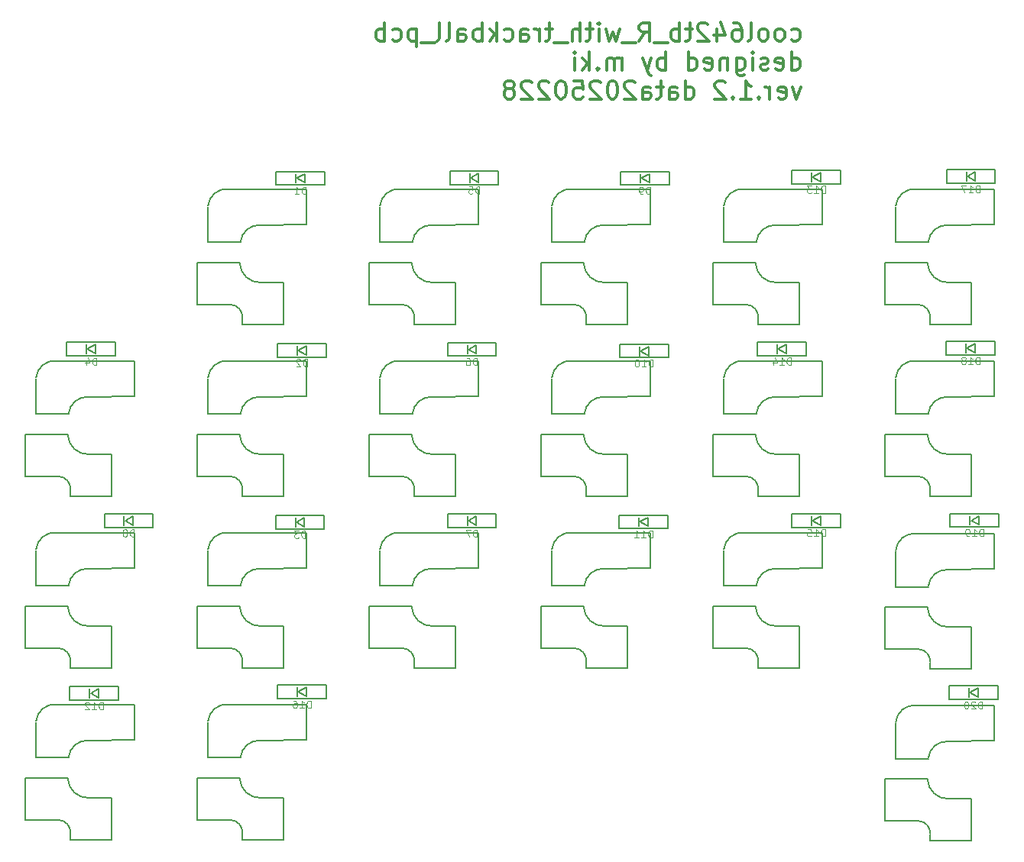
<source format=gbr>
%TF.GenerationSoftware,KiCad,Pcbnew,8.0.7*%
%TF.CreationDate,2025-03-28T15:44:08+09:00*%
%TF.ProjectId,cool642tb_R_with_tb_v130,636f6f6c-3634-4327-9462-5f525f776974,rev?*%
%TF.SameCoordinates,Original*%
%TF.FileFunction,Legend,Bot*%
%TF.FilePolarity,Positive*%
%FSLAX46Y46*%
G04 Gerber Fmt 4.6, Leading zero omitted, Abs format (unit mm)*
G04 Created by KiCad (PCBNEW 8.0.7) date 2025-03-28 15:44:08*
%MOMM*%
%LPD*%
G01*
G04 APERTURE LIST*
%ADD10C,0.300000*%
%ADD11C,0.125000*%
%ADD12C,0.150000*%
G04 APERTURE END LIST*
D10*
X58549298Y23325376D02*
X58739774Y23230137D01*
X58739774Y23230137D02*
X59120727Y23230137D01*
X59120727Y23230137D02*
X59311203Y23325376D01*
X59311203Y23325376D02*
X59406441Y23420614D01*
X59406441Y23420614D02*
X59501679Y23611090D01*
X59501679Y23611090D02*
X59501679Y24182518D01*
X59501679Y24182518D02*
X59406441Y24372995D01*
X59406441Y24372995D02*
X59311203Y24468233D01*
X59311203Y24468233D02*
X59120727Y24563471D01*
X59120727Y24563471D02*
X58739774Y24563471D01*
X58739774Y24563471D02*
X58549298Y24468233D01*
X57406441Y23230137D02*
X57596917Y23325376D01*
X57596917Y23325376D02*
X57692155Y23420614D01*
X57692155Y23420614D02*
X57787393Y23611090D01*
X57787393Y23611090D02*
X57787393Y24182518D01*
X57787393Y24182518D02*
X57692155Y24372995D01*
X57692155Y24372995D02*
X57596917Y24468233D01*
X57596917Y24468233D02*
X57406441Y24563471D01*
X57406441Y24563471D02*
X57120726Y24563471D01*
X57120726Y24563471D02*
X56930250Y24468233D01*
X56930250Y24468233D02*
X56835012Y24372995D01*
X56835012Y24372995D02*
X56739774Y24182518D01*
X56739774Y24182518D02*
X56739774Y23611090D01*
X56739774Y23611090D02*
X56835012Y23420614D01*
X56835012Y23420614D02*
X56930250Y23325376D01*
X56930250Y23325376D02*
X57120726Y23230137D01*
X57120726Y23230137D02*
X57406441Y23230137D01*
X55596917Y23230137D02*
X55787393Y23325376D01*
X55787393Y23325376D02*
X55882631Y23420614D01*
X55882631Y23420614D02*
X55977869Y23611090D01*
X55977869Y23611090D02*
X55977869Y24182518D01*
X55977869Y24182518D02*
X55882631Y24372995D01*
X55882631Y24372995D02*
X55787393Y24468233D01*
X55787393Y24468233D02*
X55596917Y24563471D01*
X55596917Y24563471D02*
X55311202Y24563471D01*
X55311202Y24563471D02*
X55120726Y24468233D01*
X55120726Y24468233D02*
X55025488Y24372995D01*
X55025488Y24372995D02*
X54930250Y24182518D01*
X54930250Y24182518D02*
X54930250Y23611090D01*
X54930250Y23611090D02*
X55025488Y23420614D01*
X55025488Y23420614D02*
X55120726Y23325376D01*
X55120726Y23325376D02*
X55311202Y23230137D01*
X55311202Y23230137D02*
X55596917Y23230137D01*
X53787393Y23230137D02*
X53977869Y23325376D01*
X53977869Y23325376D02*
X54073107Y23515852D01*
X54073107Y23515852D02*
X54073107Y25230137D01*
X52168345Y25230137D02*
X52549298Y25230137D01*
X52549298Y25230137D02*
X52739774Y25134899D01*
X52739774Y25134899D02*
X52835012Y25039661D01*
X52835012Y25039661D02*
X53025488Y24753947D01*
X53025488Y24753947D02*
X53120726Y24372995D01*
X53120726Y24372995D02*
X53120726Y23611090D01*
X53120726Y23611090D02*
X53025488Y23420614D01*
X53025488Y23420614D02*
X52930250Y23325376D01*
X52930250Y23325376D02*
X52739774Y23230137D01*
X52739774Y23230137D02*
X52358821Y23230137D01*
X52358821Y23230137D02*
X52168345Y23325376D01*
X52168345Y23325376D02*
X52073107Y23420614D01*
X52073107Y23420614D02*
X51977869Y23611090D01*
X51977869Y23611090D02*
X51977869Y24087280D01*
X51977869Y24087280D02*
X52073107Y24277756D01*
X52073107Y24277756D02*
X52168345Y24372995D01*
X52168345Y24372995D02*
X52358821Y24468233D01*
X52358821Y24468233D02*
X52739774Y24468233D01*
X52739774Y24468233D02*
X52930250Y24372995D01*
X52930250Y24372995D02*
X53025488Y24277756D01*
X53025488Y24277756D02*
X53120726Y24087280D01*
X50263583Y24563471D02*
X50263583Y23230137D01*
X50739774Y25325376D02*
X51215964Y23896804D01*
X51215964Y23896804D02*
X49977869Y23896804D01*
X49311202Y25039661D02*
X49215964Y25134899D01*
X49215964Y25134899D02*
X49025488Y25230137D01*
X49025488Y25230137D02*
X48549297Y25230137D01*
X48549297Y25230137D02*
X48358821Y25134899D01*
X48358821Y25134899D02*
X48263583Y25039661D01*
X48263583Y25039661D02*
X48168345Y24849185D01*
X48168345Y24849185D02*
X48168345Y24658709D01*
X48168345Y24658709D02*
X48263583Y24372995D01*
X48263583Y24372995D02*
X49406440Y23230137D01*
X49406440Y23230137D02*
X48168345Y23230137D01*
X47596916Y24563471D02*
X46835012Y24563471D01*
X47311202Y25230137D02*
X47311202Y23515852D01*
X47311202Y23515852D02*
X47215964Y23325376D01*
X47215964Y23325376D02*
X47025488Y23230137D01*
X47025488Y23230137D02*
X46835012Y23230137D01*
X46168345Y23230137D02*
X46168345Y25230137D01*
X46168345Y24468233D02*
X45977869Y24563471D01*
X45977869Y24563471D02*
X45596916Y24563471D01*
X45596916Y24563471D02*
X45406440Y24468233D01*
X45406440Y24468233D02*
X45311202Y24372995D01*
X45311202Y24372995D02*
X45215964Y24182518D01*
X45215964Y24182518D02*
X45215964Y23611090D01*
X45215964Y23611090D02*
X45311202Y23420614D01*
X45311202Y23420614D02*
X45406440Y23325376D01*
X45406440Y23325376D02*
X45596916Y23230137D01*
X45596916Y23230137D02*
X45977869Y23230137D01*
X45977869Y23230137D02*
X46168345Y23325376D01*
X44835012Y23039661D02*
X43311202Y23039661D01*
X41692154Y23230137D02*
X42358821Y24182518D01*
X42835011Y23230137D02*
X42835011Y25230137D01*
X42835011Y25230137D02*
X42073106Y25230137D01*
X42073106Y25230137D02*
X41882630Y25134899D01*
X41882630Y25134899D02*
X41787392Y25039661D01*
X41787392Y25039661D02*
X41692154Y24849185D01*
X41692154Y24849185D02*
X41692154Y24563471D01*
X41692154Y24563471D02*
X41787392Y24372995D01*
X41787392Y24372995D02*
X41882630Y24277756D01*
X41882630Y24277756D02*
X42073106Y24182518D01*
X42073106Y24182518D02*
X42835011Y24182518D01*
X41311202Y23039661D02*
X39787392Y23039661D01*
X39501677Y24563471D02*
X39120725Y23230137D01*
X39120725Y23230137D02*
X38739772Y24182518D01*
X38739772Y24182518D02*
X38358820Y23230137D01*
X38358820Y23230137D02*
X37977868Y24563471D01*
X37215963Y23230137D02*
X37215963Y24563471D01*
X37215963Y25230137D02*
X37311201Y25134899D01*
X37311201Y25134899D02*
X37215963Y25039661D01*
X37215963Y25039661D02*
X37120725Y25134899D01*
X37120725Y25134899D02*
X37215963Y25230137D01*
X37215963Y25230137D02*
X37215963Y25039661D01*
X36549296Y24563471D02*
X35787392Y24563471D01*
X36263582Y25230137D02*
X36263582Y23515852D01*
X36263582Y23515852D02*
X36168344Y23325376D01*
X36168344Y23325376D02*
X35977868Y23230137D01*
X35977868Y23230137D02*
X35787392Y23230137D01*
X35120725Y23230137D02*
X35120725Y25230137D01*
X34263582Y23230137D02*
X34263582Y24277756D01*
X34263582Y24277756D02*
X34358820Y24468233D01*
X34358820Y24468233D02*
X34549296Y24563471D01*
X34549296Y24563471D02*
X34835011Y24563471D01*
X34835011Y24563471D02*
X35025487Y24468233D01*
X35025487Y24468233D02*
X35120725Y24372995D01*
X33787392Y23039661D02*
X32263582Y23039661D01*
X32073105Y24563471D02*
X31311201Y24563471D01*
X31787391Y25230137D02*
X31787391Y23515852D01*
X31787391Y23515852D02*
X31692153Y23325376D01*
X31692153Y23325376D02*
X31501677Y23230137D01*
X31501677Y23230137D02*
X31311201Y23230137D01*
X30644534Y23230137D02*
X30644534Y24563471D01*
X30644534Y24182518D02*
X30549296Y24372995D01*
X30549296Y24372995D02*
X30454058Y24468233D01*
X30454058Y24468233D02*
X30263582Y24563471D01*
X30263582Y24563471D02*
X30073105Y24563471D01*
X28549296Y23230137D02*
X28549296Y24277756D01*
X28549296Y24277756D02*
X28644534Y24468233D01*
X28644534Y24468233D02*
X28835010Y24563471D01*
X28835010Y24563471D02*
X29215963Y24563471D01*
X29215963Y24563471D02*
X29406439Y24468233D01*
X28549296Y23325376D02*
X28739772Y23230137D01*
X28739772Y23230137D02*
X29215963Y23230137D01*
X29215963Y23230137D02*
X29406439Y23325376D01*
X29406439Y23325376D02*
X29501677Y23515852D01*
X29501677Y23515852D02*
X29501677Y23706328D01*
X29501677Y23706328D02*
X29406439Y23896804D01*
X29406439Y23896804D02*
X29215963Y23992042D01*
X29215963Y23992042D02*
X28739772Y23992042D01*
X28739772Y23992042D02*
X28549296Y24087280D01*
X26739772Y23325376D02*
X26930248Y23230137D01*
X26930248Y23230137D02*
X27311201Y23230137D01*
X27311201Y23230137D02*
X27501677Y23325376D01*
X27501677Y23325376D02*
X27596915Y23420614D01*
X27596915Y23420614D02*
X27692153Y23611090D01*
X27692153Y23611090D02*
X27692153Y24182518D01*
X27692153Y24182518D02*
X27596915Y24372995D01*
X27596915Y24372995D02*
X27501677Y24468233D01*
X27501677Y24468233D02*
X27311201Y24563471D01*
X27311201Y24563471D02*
X26930248Y24563471D01*
X26930248Y24563471D02*
X26739772Y24468233D01*
X25882629Y23230137D02*
X25882629Y25230137D01*
X25692153Y23992042D02*
X25120724Y23230137D01*
X25120724Y24563471D02*
X25882629Y23801566D01*
X24263581Y23230137D02*
X24263581Y25230137D01*
X24263581Y24468233D02*
X24073105Y24563471D01*
X24073105Y24563471D02*
X23692152Y24563471D01*
X23692152Y24563471D02*
X23501676Y24468233D01*
X23501676Y24468233D02*
X23406438Y24372995D01*
X23406438Y24372995D02*
X23311200Y24182518D01*
X23311200Y24182518D02*
X23311200Y23611090D01*
X23311200Y23611090D02*
X23406438Y23420614D01*
X23406438Y23420614D02*
X23501676Y23325376D01*
X23501676Y23325376D02*
X23692152Y23230137D01*
X23692152Y23230137D02*
X24073105Y23230137D01*
X24073105Y23230137D02*
X24263581Y23325376D01*
X21596914Y23230137D02*
X21596914Y24277756D01*
X21596914Y24277756D02*
X21692152Y24468233D01*
X21692152Y24468233D02*
X21882628Y24563471D01*
X21882628Y24563471D02*
X22263581Y24563471D01*
X22263581Y24563471D02*
X22454057Y24468233D01*
X21596914Y23325376D02*
X21787390Y23230137D01*
X21787390Y23230137D02*
X22263581Y23230137D01*
X22263581Y23230137D02*
X22454057Y23325376D01*
X22454057Y23325376D02*
X22549295Y23515852D01*
X22549295Y23515852D02*
X22549295Y23706328D01*
X22549295Y23706328D02*
X22454057Y23896804D01*
X22454057Y23896804D02*
X22263581Y23992042D01*
X22263581Y23992042D02*
X21787390Y23992042D01*
X21787390Y23992042D02*
X21596914Y24087280D01*
X20358819Y23230137D02*
X20549295Y23325376D01*
X20549295Y23325376D02*
X20644533Y23515852D01*
X20644533Y23515852D02*
X20644533Y25230137D01*
X19311200Y23230137D02*
X19501676Y23325376D01*
X19501676Y23325376D02*
X19596914Y23515852D01*
X19596914Y23515852D02*
X19596914Y25230137D01*
X19025486Y23039661D02*
X17501676Y23039661D01*
X17025485Y24563471D02*
X17025485Y22563471D01*
X17025485Y24468233D02*
X16835009Y24563471D01*
X16835009Y24563471D02*
X16454056Y24563471D01*
X16454056Y24563471D02*
X16263580Y24468233D01*
X16263580Y24468233D02*
X16168342Y24372995D01*
X16168342Y24372995D02*
X16073104Y24182518D01*
X16073104Y24182518D02*
X16073104Y23611090D01*
X16073104Y23611090D02*
X16168342Y23420614D01*
X16168342Y23420614D02*
X16263580Y23325376D01*
X16263580Y23325376D02*
X16454056Y23230137D01*
X16454056Y23230137D02*
X16835009Y23230137D01*
X16835009Y23230137D02*
X17025485Y23325376D01*
X14358818Y23325376D02*
X14549294Y23230137D01*
X14549294Y23230137D02*
X14930247Y23230137D01*
X14930247Y23230137D02*
X15120723Y23325376D01*
X15120723Y23325376D02*
X15215961Y23420614D01*
X15215961Y23420614D02*
X15311199Y23611090D01*
X15311199Y23611090D02*
X15311199Y24182518D01*
X15311199Y24182518D02*
X15215961Y24372995D01*
X15215961Y24372995D02*
X15120723Y24468233D01*
X15120723Y24468233D02*
X14930247Y24563471D01*
X14930247Y24563471D02*
X14549294Y24563471D01*
X14549294Y24563471D02*
X14358818Y24468233D01*
X13501675Y23230137D02*
X13501675Y25230137D01*
X13501675Y24468233D02*
X13311199Y24563471D01*
X13311199Y24563471D02*
X12930246Y24563471D01*
X12930246Y24563471D02*
X12739770Y24468233D01*
X12739770Y24468233D02*
X12644532Y24372995D01*
X12644532Y24372995D02*
X12549294Y24182518D01*
X12549294Y24182518D02*
X12549294Y23611090D01*
X12549294Y23611090D02*
X12644532Y23420614D01*
X12644532Y23420614D02*
X12739770Y23325376D01*
X12739770Y23325376D02*
X12930246Y23230137D01*
X12930246Y23230137D02*
X13311199Y23230137D01*
X13311199Y23230137D02*
X13501675Y23325376D01*
X58549298Y20010249D02*
X58549298Y22010249D01*
X58549298Y20105488D02*
X58739774Y20010249D01*
X58739774Y20010249D02*
X59120727Y20010249D01*
X59120727Y20010249D02*
X59311203Y20105488D01*
X59311203Y20105488D02*
X59406441Y20200726D01*
X59406441Y20200726D02*
X59501679Y20391202D01*
X59501679Y20391202D02*
X59501679Y20962630D01*
X59501679Y20962630D02*
X59406441Y21153107D01*
X59406441Y21153107D02*
X59311203Y21248345D01*
X59311203Y21248345D02*
X59120727Y21343583D01*
X59120727Y21343583D02*
X58739774Y21343583D01*
X58739774Y21343583D02*
X58549298Y21248345D01*
X56835012Y20105488D02*
X57025488Y20010249D01*
X57025488Y20010249D02*
X57406441Y20010249D01*
X57406441Y20010249D02*
X57596917Y20105488D01*
X57596917Y20105488D02*
X57692155Y20295964D01*
X57692155Y20295964D02*
X57692155Y21057868D01*
X57692155Y21057868D02*
X57596917Y21248345D01*
X57596917Y21248345D02*
X57406441Y21343583D01*
X57406441Y21343583D02*
X57025488Y21343583D01*
X57025488Y21343583D02*
X56835012Y21248345D01*
X56835012Y21248345D02*
X56739774Y21057868D01*
X56739774Y21057868D02*
X56739774Y20867392D01*
X56739774Y20867392D02*
X57692155Y20676916D01*
X55977869Y20105488D02*
X55787393Y20010249D01*
X55787393Y20010249D02*
X55406441Y20010249D01*
X55406441Y20010249D02*
X55215964Y20105488D01*
X55215964Y20105488D02*
X55120726Y20295964D01*
X55120726Y20295964D02*
X55120726Y20391202D01*
X55120726Y20391202D02*
X55215964Y20581678D01*
X55215964Y20581678D02*
X55406441Y20676916D01*
X55406441Y20676916D02*
X55692155Y20676916D01*
X55692155Y20676916D02*
X55882631Y20772154D01*
X55882631Y20772154D02*
X55977869Y20962630D01*
X55977869Y20962630D02*
X55977869Y21057868D01*
X55977869Y21057868D02*
X55882631Y21248345D01*
X55882631Y21248345D02*
X55692155Y21343583D01*
X55692155Y21343583D02*
X55406441Y21343583D01*
X55406441Y21343583D02*
X55215964Y21248345D01*
X54263583Y20010249D02*
X54263583Y21343583D01*
X54263583Y22010249D02*
X54358821Y21915011D01*
X54358821Y21915011D02*
X54263583Y21819773D01*
X54263583Y21819773D02*
X54168345Y21915011D01*
X54168345Y21915011D02*
X54263583Y22010249D01*
X54263583Y22010249D02*
X54263583Y21819773D01*
X52454059Y21343583D02*
X52454059Y19724535D01*
X52454059Y19724535D02*
X52549297Y19534059D01*
X52549297Y19534059D02*
X52644535Y19438821D01*
X52644535Y19438821D02*
X52835012Y19343583D01*
X52835012Y19343583D02*
X53120726Y19343583D01*
X53120726Y19343583D02*
X53311202Y19438821D01*
X52454059Y20105488D02*
X52644535Y20010249D01*
X52644535Y20010249D02*
X53025488Y20010249D01*
X53025488Y20010249D02*
X53215964Y20105488D01*
X53215964Y20105488D02*
X53311202Y20200726D01*
X53311202Y20200726D02*
X53406440Y20391202D01*
X53406440Y20391202D02*
X53406440Y20962630D01*
X53406440Y20962630D02*
X53311202Y21153107D01*
X53311202Y21153107D02*
X53215964Y21248345D01*
X53215964Y21248345D02*
X53025488Y21343583D01*
X53025488Y21343583D02*
X52644535Y21343583D01*
X52644535Y21343583D02*
X52454059Y21248345D01*
X51501678Y21343583D02*
X51501678Y20010249D01*
X51501678Y21153107D02*
X51406440Y21248345D01*
X51406440Y21248345D02*
X51215964Y21343583D01*
X51215964Y21343583D02*
X50930249Y21343583D01*
X50930249Y21343583D02*
X50739773Y21248345D01*
X50739773Y21248345D02*
X50644535Y21057868D01*
X50644535Y21057868D02*
X50644535Y20010249D01*
X48930249Y20105488D02*
X49120725Y20010249D01*
X49120725Y20010249D02*
X49501678Y20010249D01*
X49501678Y20010249D02*
X49692154Y20105488D01*
X49692154Y20105488D02*
X49787392Y20295964D01*
X49787392Y20295964D02*
X49787392Y21057868D01*
X49787392Y21057868D02*
X49692154Y21248345D01*
X49692154Y21248345D02*
X49501678Y21343583D01*
X49501678Y21343583D02*
X49120725Y21343583D01*
X49120725Y21343583D02*
X48930249Y21248345D01*
X48930249Y21248345D02*
X48835011Y21057868D01*
X48835011Y21057868D02*
X48835011Y20867392D01*
X48835011Y20867392D02*
X49787392Y20676916D01*
X47120725Y20010249D02*
X47120725Y22010249D01*
X47120725Y20105488D02*
X47311201Y20010249D01*
X47311201Y20010249D02*
X47692154Y20010249D01*
X47692154Y20010249D02*
X47882630Y20105488D01*
X47882630Y20105488D02*
X47977868Y20200726D01*
X47977868Y20200726D02*
X48073106Y20391202D01*
X48073106Y20391202D02*
X48073106Y20962630D01*
X48073106Y20962630D02*
X47977868Y21153107D01*
X47977868Y21153107D02*
X47882630Y21248345D01*
X47882630Y21248345D02*
X47692154Y21343583D01*
X47692154Y21343583D02*
X47311201Y21343583D01*
X47311201Y21343583D02*
X47120725Y21248345D01*
X44644534Y20010249D02*
X44644534Y22010249D01*
X44644534Y21248345D02*
X44454058Y21343583D01*
X44454058Y21343583D02*
X44073105Y21343583D01*
X44073105Y21343583D02*
X43882629Y21248345D01*
X43882629Y21248345D02*
X43787391Y21153107D01*
X43787391Y21153107D02*
X43692153Y20962630D01*
X43692153Y20962630D02*
X43692153Y20391202D01*
X43692153Y20391202D02*
X43787391Y20200726D01*
X43787391Y20200726D02*
X43882629Y20105488D01*
X43882629Y20105488D02*
X44073105Y20010249D01*
X44073105Y20010249D02*
X44454058Y20010249D01*
X44454058Y20010249D02*
X44644534Y20105488D01*
X43025486Y21343583D02*
X42549296Y20010249D01*
X42073105Y21343583D02*
X42549296Y20010249D01*
X42549296Y20010249D02*
X42739772Y19534059D01*
X42739772Y19534059D02*
X42835010Y19438821D01*
X42835010Y19438821D02*
X43025486Y19343583D01*
X39787390Y20010249D02*
X39787390Y21343583D01*
X39787390Y21153107D02*
X39692152Y21248345D01*
X39692152Y21248345D02*
X39501676Y21343583D01*
X39501676Y21343583D02*
X39215961Y21343583D01*
X39215961Y21343583D02*
X39025485Y21248345D01*
X39025485Y21248345D02*
X38930247Y21057868D01*
X38930247Y21057868D02*
X38930247Y20010249D01*
X38930247Y21057868D02*
X38835009Y21248345D01*
X38835009Y21248345D02*
X38644533Y21343583D01*
X38644533Y21343583D02*
X38358819Y21343583D01*
X38358819Y21343583D02*
X38168342Y21248345D01*
X38168342Y21248345D02*
X38073104Y21057868D01*
X38073104Y21057868D02*
X38073104Y20010249D01*
X37120723Y20200726D02*
X37025485Y20105488D01*
X37025485Y20105488D02*
X37120723Y20010249D01*
X37120723Y20010249D02*
X37215961Y20105488D01*
X37215961Y20105488D02*
X37120723Y20200726D01*
X37120723Y20200726D02*
X37120723Y20010249D01*
X36168342Y20010249D02*
X36168342Y22010249D01*
X35977866Y20772154D02*
X35406437Y20010249D01*
X35406437Y21343583D02*
X36168342Y20581678D01*
X34549294Y20010249D02*
X34549294Y21343583D01*
X34549294Y22010249D02*
X34644532Y21915011D01*
X34644532Y21915011D02*
X34549294Y21819773D01*
X34549294Y21819773D02*
X34454056Y21915011D01*
X34454056Y21915011D02*
X34549294Y22010249D01*
X34549294Y22010249D02*
X34549294Y21819773D01*
X59596917Y18123695D02*
X59120727Y16790361D01*
X59120727Y16790361D02*
X58644536Y18123695D01*
X57120726Y16885600D02*
X57311202Y16790361D01*
X57311202Y16790361D02*
X57692155Y16790361D01*
X57692155Y16790361D02*
X57882631Y16885600D01*
X57882631Y16885600D02*
X57977869Y17076076D01*
X57977869Y17076076D02*
X57977869Y17837980D01*
X57977869Y17837980D02*
X57882631Y18028457D01*
X57882631Y18028457D02*
X57692155Y18123695D01*
X57692155Y18123695D02*
X57311202Y18123695D01*
X57311202Y18123695D02*
X57120726Y18028457D01*
X57120726Y18028457D02*
X57025488Y17837980D01*
X57025488Y17837980D02*
X57025488Y17647504D01*
X57025488Y17647504D02*
X57977869Y17457028D01*
X56168345Y16790361D02*
X56168345Y18123695D01*
X56168345Y17742742D02*
X56073107Y17933219D01*
X56073107Y17933219D02*
X55977869Y18028457D01*
X55977869Y18028457D02*
X55787393Y18123695D01*
X55787393Y18123695D02*
X55596916Y18123695D01*
X54930250Y16980838D02*
X54835012Y16885600D01*
X54835012Y16885600D02*
X54930250Y16790361D01*
X54930250Y16790361D02*
X55025488Y16885600D01*
X55025488Y16885600D02*
X54930250Y16980838D01*
X54930250Y16980838D02*
X54930250Y16790361D01*
X52930250Y16790361D02*
X54073107Y16790361D01*
X53501679Y16790361D02*
X53501679Y18790361D01*
X53501679Y18790361D02*
X53692155Y18504647D01*
X53692155Y18504647D02*
X53882631Y18314171D01*
X53882631Y18314171D02*
X54073107Y18218933D01*
X52073107Y16980838D02*
X51977869Y16885600D01*
X51977869Y16885600D02*
X52073107Y16790361D01*
X52073107Y16790361D02*
X52168345Y16885600D01*
X52168345Y16885600D02*
X52073107Y16980838D01*
X52073107Y16980838D02*
X52073107Y16790361D01*
X51215964Y18599885D02*
X51120726Y18695123D01*
X51120726Y18695123D02*
X50930250Y18790361D01*
X50930250Y18790361D02*
X50454059Y18790361D01*
X50454059Y18790361D02*
X50263583Y18695123D01*
X50263583Y18695123D02*
X50168345Y18599885D01*
X50168345Y18599885D02*
X50073107Y18409409D01*
X50073107Y18409409D02*
X50073107Y18218933D01*
X50073107Y18218933D02*
X50168345Y17933219D01*
X50168345Y17933219D02*
X51311202Y16790361D01*
X51311202Y16790361D02*
X50073107Y16790361D01*
X46835011Y16790361D02*
X46835011Y18790361D01*
X46835011Y16885600D02*
X47025487Y16790361D01*
X47025487Y16790361D02*
X47406440Y16790361D01*
X47406440Y16790361D02*
X47596916Y16885600D01*
X47596916Y16885600D02*
X47692154Y16980838D01*
X47692154Y16980838D02*
X47787392Y17171314D01*
X47787392Y17171314D02*
X47787392Y17742742D01*
X47787392Y17742742D02*
X47692154Y17933219D01*
X47692154Y17933219D02*
X47596916Y18028457D01*
X47596916Y18028457D02*
X47406440Y18123695D01*
X47406440Y18123695D02*
X47025487Y18123695D01*
X47025487Y18123695D02*
X46835011Y18028457D01*
X45025487Y16790361D02*
X45025487Y17837980D01*
X45025487Y17837980D02*
X45120725Y18028457D01*
X45120725Y18028457D02*
X45311201Y18123695D01*
X45311201Y18123695D02*
X45692154Y18123695D01*
X45692154Y18123695D02*
X45882630Y18028457D01*
X45025487Y16885600D02*
X45215963Y16790361D01*
X45215963Y16790361D02*
X45692154Y16790361D01*
X45692154Y16790361D02*
X45882630Y16885600D01*
X45882630Y16885600D02*
X45977868Y17076076D01*
X45977868Y17076076D02*
X45977868Y17266552D01*
X45977868Y17266552D02*
X45882630Y17457028D01*
X45882630Y17457028D02*
X45692154Y17552266D01*
X45692154Y17552266D02*
X45215963Y17552266D01*
X45215963Y17552266D02*
X45025487Y17647504D01*
X44358820Y18123695D02*
X43596916Y18123695D01*
X44073106Y18790361D02*
X44073106Y17076076D01*
X44073106Y17076076D02*
X43977868Y16885600D01*
X43977868Y16885600D02*
X43787392Y16790361D01*
X43787392Y16790361D02*
X43596916Y16790361D01*
X42073106Y16790361D02*
X42073106Y17837980D01*
X42073106Y17837980D02*
X42168344Y18028457D01*
X42168344Y18028457D02*
X42358820Y18123695D01*
X42358820Y18123695D02*
X42739773Y18123695D01*
X42739773Y18123695D02*
X42930249Y18028457D01*
X42073106Y16885600D02*
X42263582Y16790361D01*
X42263582Y16790361D02*
X42739773Y16790361D01*
X42739773Y16790361D02*
X42930249Y16885600D01*
X42930249Y16885600D02*
X43025487Y17076076D01*
X43025487Y17076076D02*
X43025487Y17266552D01*
X43025487Y17266552D02*
X42930249Y17457028D01*
X42930249Y17457028D02*
X42739773Y17552266D01*
X42739773Y17552266D02*
X42263582Y17552266D01*
X42263582Y17552266D02*
X42073106Y17647504D01*
X41215963Y18599885D02*
X41120725Y18695123D01*
X41120725Y18695123D02*
X40930249Y18790361D01*
X40930249Y18790361D02*
X40454058Y18790361D01*
X40454058Y18790361D02*
X40263582Y18695123D01*
X40263582Y18695123D02*
X40168344Y18599885D01*
X40168344Y18599885D02*
X40073106Y18409409D01*
X40073106Y18409409D02*
X40073106Y18218933D01*
X40073106Y18218933D02*
X40168344Y17933219D01*
X40168344Y17933219D02*
X41311201Y16790361D01*
X41311201Y16790361D02*
X40073106Y16790361D01*
X38835011Y18790361D02*
X38644534Y18790361D01*
X38644534Y18790361D02*
X38454058Y18695123D01*
X38454058Y18695123D02*
X38358820Y18599885D01*
X38358820Y18599885D02*
X38263582Y18409409D01*
X38263582Y18409409D02*
X38168344Y18028457D01*
X38168344Y18028457D02*
X38168344Y17552266D01*
X38168344Y17552266D02*
X38263582Y17171314D01*
X38263582Y17171314D02*
X38358820Y16980838D01*
X38358820Y16980838D02*
X38454058Y16885600D01*
X38454058Y16885600D02*
X38644534Y16790361D01*
X38644534Y16790361D02*
X38835011Y16790361D01*
X38835011Y16790361D02*
X39025487Y16885600D01*
X39025487Y16885600D02*
X39120725Y16980838D01*
X39120725Y16980838D02*
X39215963Y17171314D01*
X39215963Y17171314D02*
X39311201Y17552266D01*
X39311201Y17552266D02*
X39311201Y18028457D01*
X39311201Y18028457D02*
X39215963Y18409409D01*
X39215963Y18409409D02*
X39120725Y18599885D01*
X39120725Y18599885D02*
X39025487Y18695123D01*
X39025487Y18695123D02*
X38835011Y18790361D01*
X37406439Y18599885D02*
X37311201Y18695123D01*
X37311201Y18695123D02*
X37120725Y18790361D01*
X37120725Y18790361D02*
X36644534Y18790361D01*
X36644534Y18790361D02*
X36454058Y18695123D01*
X36454058Y18695123D02*
X36358820Y18599885D01*
X36358820Y18599885D02*
X36263582Y18409409D01*
X36263582Y18409409D02*
X36263582Y18218933D01*
X36263582Y18218933D02*
X36358820Y17933219D01*
X36358820Y17933219D02*
X37501677Y16790361D01*
X37501677Y16790361D02*
X36263582Y16790361D01*
X34454058Y18790361D02*
X35406439Y18790361D01*
X35406439Y18790361D02*
X35501677Y17837980D01*
X35501677Y17837980D02*
X35406439Y17933219D01*
X35406439Y17933219D02*
X35215963Y18028457D01*
X35215963Y18028457D02*
X34739772Y18028457D01*
X34739772Y18028457D02*
X34549296Y17933219D01*
X34549296Y17933219D02*
X34454058Y17837980D01*
X34454058Y17837980D02*
X34358820Y17647504D01*
X34358820Y17647504D02*
X34358820Y17171314D01*
X34358820Y17171314D02*
X34454058Y16980838D01*
X34454058Y16980838D02*
X34549296Y16885600D01*
X34549296Y16885600D02*
X34739772Y16790361D01*
X34739772Y16790361D02*
X35215963Y16790361D01*
X35215963Y16790361D02*
X35406439Y16885600D01*
X35406439Y16885600D02*
X35501677Y16980838D01*
X33120725Y18790361D02*
X32930248Y18790361D01*
X32930248Y18790361D02*
X32739772Y18695123D01*
X32739772Y18695123D02*
X32644534Y18599885D01*
X32644534Y18599885D02*
X32549296Y18409409D01*
X32549296Y18409409D02*
X32454058Y18028457D01*
X32454058Y18028457D02*
X32454058Y17552266D01*
X32454058Y17552266D02*
X32549296Y17171314D01*
X32549296Y17171314D02*
X32644534Y16980838D01*
X32644534Y16980838D02*
X32739772Y16885600D01*
X32739772Y16885600D02*
X32930248Y16790361D01*
X32930248Y16790361D02*
X33120725Y16790361D01*
X33120725Y16790361D02*
X33311201Y16885600D01*
X33311201Y16885600D02*
X33406439Y16980838D01*
X33406439Y16980838D02*
X33501677Y17171314D01*
X33501677Y17171314D02*
X33596915Y17552266D01*
X33596915Y17552266D02*
X33596915Y18028457D01*
X33596915Y18028457D02*
X33501677Y18409409D01*
X33501677Y18409409D02*
X33406439Y18599885D01*
X33406439Y18599885D02*
X33311201Y18695123D01*
X33311201Y18695123D02*
X33120725Y18790361D01*
X31692153Y18599885D02*
X31596915Y18695123D01*
X31596915Y18695123D02*
X31406439Y18790361D01*
X31406439Y18790361D02*
X30930248Y18790361D01*
X30930248Y18790361D02*
X30739772Y18695123D01*
X30739772Y18695123D02*
X30644534Y18599885D01*
X30644534Y18599885D02*
X30549296Y18409409D01*
X30549296Y18409409D02*
X30549296Y18218933D01*
X30549296Y18218933D02*
X30644534Y17933219D01*
X30644534Y17933219D02*
X31787391Y16790361D01*
X31787391Y16790361D02*
X30549296Y16790361D01*
X29787391Y18599885D02*
X29692153Y18695123D01*
X29692153Y18695123D02*
X29501677Y18790361D01*
X29501677Y18790361D02*
X29025486Y18790361D01*
X29025486Y18790361D02*
X28835010Y18695123D01*
X28835010Y18695123D02*
X28739772Y18599885D01*
X28739772Y18599885D02*
X28644534Y18409409D01*
X28644534Y18409409D02*
X28644534Y18218933D01*
X28644534Y18218933D02*
X28739772Y17933219D01*
X28739772Y17933219D02*
X29882629Y16790361D01*
X29882629Y16790361D02*
X28644534Y16790361D01*
X27501677Y17933219D02*
X27692153Y18028457D01*
X27692153Y18028457D02*
X27787391Y18123695D01*
X27787391Y18123695D02*
X27882629Y18314171D01*
X27882629Y18314171D02*
X27882629Y18409409D01*
X27882629Y18409409D02*
X27787391Y18599885D01*
X27787391Y18599885D02*
X27692153Y18695123D01*
X27692153Y18695123D02*
X27501677Y18790361D01*
X27501677Y18790361D02*
X27120724Y18790361D01*
X27120724Y18790361D02*
X26930248Y18695123D01*
X26930248Y18695123D02*
X26835010Y18599885D01*
X26835010Y18599885D02*
X26739772Y18409409D01*
X26739772Y18409409D02*
X26739772Y18314171D01*
X26739772Y18314171D02*
X26835010Y18123695D01*
X26835010Y18123695D02*
X26930248Y18028457D01*
X26930248Y18028457D02*
X27120724Y17933219D01*
X27120724Y17933219D02*
X27501677Y17933219D01*
X27501677Y17933219D02*
X27692153Y17837980D01*
X27692153Y17837980D02*
X27787391Y17742742D01*
X27787391Y17742742D02*
X27882629Y17552266D01*
X27882629Y17552266D02*
X27882629Y17171314D01*
X27882629Y17171314D02*
X27787391Y16980838D01*
X27787391Y16980838D02*
X27692153Y16885600D01*
X27692153Y16885600D02*
X27501677Y16790361D01*
X27501677Y16790361D02*
X27120724Y16790361D01*
X27120724Y16790361D02*
X26930248Y16885600D01*
X26930248Y16885600D02*
X26835010Y16980838D01*
X26835010Y16980838D02*
X26739772Y17171314D01*
X26739772Y17171314D02*
X26739772Y17552266D01*
X26739772Y17552266D02*
X26835010Y17742742D01*
X26835010Y17742742D02*
X26930248Y17837980D01*
X26930248Y17837980D02*
X27120724Y17933219D01*
D11*
X23740475Y-31773595D02*
X23740475Y-30973595D01*
X23740475Y-30973595D02*
X23549999Y-30973595D01*
X23549999Y-30973595D02*
X23435713Y-31011690D01*
X23435713Y-31011690D02*
X23359523Y-31087880D01*
X23359523Y-31087880D02*
X23321428Y-31164071D01*
X23321428Y-31164071D02*
X23283332Y-31316452D01*
X23283332Y-31316452D02*
X23283332Y-31430738D01*
X23283332Y-31430738D02*
X23321428Y-31583119D01*
X23321428Y-31583119D02*
X23359523Y-31659309D01*
X23359523Y-31659309D02*
X23435713Y-31735500D01*
X23435713Y-31735500D02*
X23549999Y-31773595D01*
X23549999Y-31773595D02*
X23740475Y-31773595D01*
X23016666Y-30973595D02*
X22483332Y-30973595D01*
X22483332Y-30973595D02*
X22826190Y-31773595D01*
X43151428Y-31863595D02*
X43151428Y-31063595D01*
X43151428Y-31063595D02*
X42960952Y-31063595D01*
X42960952Y-31063595D02*
X42846666Y-31101690D01*
X42846666Y-31101690D02*
X42770476Y-31177880D01*
X42770476Y-31177880D02*
X42732381Y-31254071D01*
X42732381Y-31254071D02*
X42694285Y-31406452D01*
X42694285Y-31406452D02*
X42694285Y-31520738D01*
X42694285Y-31520738D02*
X42732381Y-31673119D01*
X42732381Y-31673119D02*
X42770476Y-31749309D01*
X42770476Y-31749309D02*
X42846666Y-31825500D01*
X42846666Y-31825500D02*
X42960952Y-31863595D01*
X42960952Y-31863595D02*
X43151428Y-31863595D01*
X41932381Y-31863595D02*
X42389524Y-31863595D01*
X42160952Y-31863595D02*
X42160952Y-31063595D01*
X42160952Y-31063595D02*
X42237143Y-31177880D01*
X42237143Y-31177880D02*
X42313333Y-31254071D01*
X42313333Y-31254071D02*
X42389524Y-31292166D01*
X41170476Y-31863595D02*
X41627619Y-31863595D01*
X41399047Y-31863595D02*
X41399047Y-31063595D01*
X41399047Y-31063595D02*
X41475238Y-31177880D01*
X41475238Y-31177880D02*
X41551428Y-31254071D01*
X41551428Y-31254071D02*
X41627619Y-31292166D01*
X79681428Y-50823595D02*
X79681428Y-50023595D01*
X79681428Y-50023595D02*
X79490952Y-50023595D01*
X79490952Y-50023595D02*
X79376666Y-50061690D01*
X79376666Y-50061690D02*
X79300476Y-50137880D01*
X79300476Y-50137880D02*
X79262381Y-50214071D01*
X79262381Y-50214071D02*
X79224285Y-50366452D01*
X79224285Y-50366452D02*
X79224285Y-50480738D01*
X79224285Y-50480738D02*
X79262381Y-50633119D01*
X79262381Y-50633119D02*
X79300476Y-50709309D01*
X79300476Y-50709309D02*
X79376666Y-50785500D01*
X79376666Y-50785500D02*
X79490952Y-50823595D01*
X79490952Y-50823595D02*
X79681428Y-50823595D01*
X78919524Y-50099785D02*
X78881428Y-50061690D01*
X78881428Y-50061690D02*
X78805238Y-50023595D01*
X78805238Y-50023595D02*
X78614762Y-50023595D01*
X78614762Y-50023595D02*
X78538571Y-50061690D01*
X78538571Y-50061690D02*
X78500476Y-50099785D01*
X78500476Y-50099785D02*
X78462381Y-50175976D01*
X78462381Y-50175976D02*
X78462381Y-50252166D01*
X78462381Y-50252166D02*
X78500476Y-50366452D01*
X78500476Y-50366452D02*
X78957619Y-50823595D01*
X78957619Y-50823595D02*
X78462381Y-50823595D01*
X77967142Y-50023595D02*
X77890952Y-50023595D01*
X77890952Y-50023595D02*
X77814761Y-50061690D01*
X77814761Y-50061690D02*
X77776666Y-50099785D01*
X77776666Y-50099785D02*
X77738571Y-50175976D01*
X77738571Y-50175976D02*
X77700476Y-50328357D01*
X77700476Y-50328357D02*
X77700476Y-50518833D01*
X77700476Y-50518833D02*
X77738571Y-50671214D01*
X77738571Y-50671214D02*
X77776666Y-50747404D01*
X77776666Y-50747404D02*
X77814761Y-50785500D01*
X77814761Y-50785500D02*
X77890952Y-50823595D01*
X77890952Y-50823595D02*
X77967142Y-50823595D01*
X77967142Y-50823595D02*
X78043333Y-50785500D01*
X78043333Y-50785500D02*
X78081428Y-50747404D01*
X78081428Y-50747404D02*
X78119523Y-50671214D01*
X78119523Y-50671214D02*
X78157619Y-50518833D01*
X78157619Y-50518833D02*
X78157619Y-50328357D01*
X78157619Y-50328357D02*
X78119523Y-50175976D01*
X78119523Y-50175976D02*
X78081428Y-50099785D01*
X78081428Y-50099785D02*
X78043333Y-50061690D01*
X78043333Y-50061690D02*
X77967142Y-50023595D01*
X62281428Y6376404D02*
X62281428Y7176404D01*
X62281428Y7176404D02*
X62090952Y7176404D01*
X62090952Y7176404D02*
X61976666Y7138309D01*
X61976666Y7138309D02*
X61900476Y7062119D01*
X61900476Y7062119D02*
X61862381Y6985928D01*
X61862381Y6985928D02*
X61824285Y6833547D01*
X61824285Y6833547D02*
X61824285Y6719261D01*
X61824285Y6719261D02*
X61862381Y6566880D01*
X61862381Y6566880D02*
X61900476Y6490690D01*
X61900476Y6490690D02*
X61976666Y6414500D01*
X61976666Y6414500D02*
X62090952Y6376404D01*
X62090952Y6376404D02*
X62281428Y6376404D01*
X61062381Y6376404D02*
X61519524Y6376404D01*
X61290952Y6376404D02*
X61290952Y7176404D01*
X61290952Y7176404D02*
X61367143Y7062119D01*
X61367143Y7062119D02*
X61443333Y6985928D01*
X61443333Y6985928D02*
X61519524Y6947833D01*
X60795714Y7176404D02*
X60300476Y7176404D01*
X60300476Y7176404D02*
X60567142Y6871642D01*
X60567142Y6871642D02*
X60452857Y6871642D01*
X60452857Y6871642D02*
X60376666Y6833547D01*
X60376666Y6833547D02*
X60338571Y6795452D01*
X60338571Y6795452D02*
X60300476Y6719261D01*
X60300476Y6719261D02*
X60300476Y6528785D01*
X60300476Y6528785D02*
X60338571Y6452595D01*
X60338571Y6452595D02*
X60376666Y6414500D01*
X60376666Y6414500D02*
X60452857Y6376404D01*
X60452857Y6376404D02*
X60681428Y6376404D01*
X60681428Y6376404D02*
X60757619Y6414500D01*
X60757619Y6414500D02*
X60795714Y6452595D01*
X62281428Y-31713595D02*
X62281428Y-30913595D01*
X62281428Y-30913595D02*
X62090952Y-30913595D01*
X62090952Y-30913595D02*
X61976666Y-30951690D01*
X61976666Y-30951690D02*
X61900476Y-31027880D01*
X61900476Y-31027880D02*
X61862381Y-31104071D01*
X61862381Y-31104071D02*
X61824285Y-31256452D01*
X61824285Y-31256452D02*
X61824285Y-31370738D01*
X61824285Y-31370738D02*
X61862381Y-31523119D01*
X61862381Y-31523119D02*
X61900476Y-31599309D01*
X61900476Y-31599309D02*
X61976666Y-31675500D01*
X61976666Y-31675500D02*
X62090952Y-31713595D01*
X62090952Y-31713595D02*
X62281428Y-31713595D01*
X61062381Y-31713595D02*
X61519524Y-31713595D01*
X61290952Y-31713595D02*
X61290952Y-30913595D01*
X61290952Y-30913595D02*
X61367143Y-31027880D01*
X61367143Y-31027880D02*
X61443333Y-31104071D01*
X61443333Y-31104071D02*
X61519524Y-31142166D01*
X60338571Y-30913595D02*
X60719523Y-30913595D01*
X60719523Y-30913595D02*
X60757619Y-31294547D01*
X60757619Y-31294547D02*
X60719523Y-31256452D01*
X60719523Y-31256452D02*
X60643333Y-31218357D01*
X60643333Y-31218357D02*
X60452857Y-31218357D01*
X60452857Y-31218357D02*
X60376666Y-31256452D01*
X60376666Y-31256452D02*
X60338571Y-31294547D01*
X60338571Y-31294547D02*
X60300476Y-31370738D01*
X60300476Y-31370738D02*
X60300476Y-31561214D01*
X60300476Y-31561214D02*
X60338571Y-31637404D01*
X60338571Y-31637404D02*
X60376666Y-31675500D01*
X60376666Y-31675500D02*
X60452857Y-31713595D01*
X60452857Y-31713595D02*
X60643333Y-31713595D01*
X60643333Y-31713595D02*
X60719523Y-31675500D01*
X60719523Y-31675500D02*
X60757619Y-31637404D01*
X4750475Y6236404D02*
X4750475Y7036404D01*
X4750475Y7036404D02*
X4559999Y7036404D01*
X4559999Y7036404D02*
X4445713Y6998309D01*
X4445713Y6998309D02*
X4369523Y6922119D01*
X4369523Y6922119D02*
X4331428Y6845928D01*
X4331428Y6845928D02*
X4293332Y6693547D01*
X4293332Y6693547D02*
X4293332Y6579261D01*
X4293332Y6579261D02*
X4331428Y6426880D01*
X4331428Y6426880D02*
X4369523Y6350690D01*
X4369523Y6350690D02*
X4445713Y6274500D01*
X4445713Y6274500D02*
X4559999Y6236404D01*
X4559999Y6236404D02*
X4750475Y6236404D01*
X3531428Y6236404D02*
X3988571Y6236404D01*
X3759999Y6236404D02*
X3759999Y7036404D01*
X3759999Y7036404D02*
X3836190Y6922119D01*
X3836190Y6922119D02*
X3912380Y6845928D01*
X3912380Y6845928D02*
X3988571Y6807833D01*
X42890475Y6236404D02*
X42890475Y7036404D01*
X42890475Y7036404D02*
X42699999Y7036404D01*
X42699999Y7036404D02*
X42585713Y6998309D01*
X42585713Y6998309D02*
X42509523Y6922119D01*
X42509523Y6922119D02*
X42471428Y6845928D01*
X42471428Y6845928D02*
X42433332Y6693547D01*
X42433332Y6693547D02*
X42433332Y6579261D01*
X42433332Y6579261D02*
X42471428Y6426880D01*
X42471428Y6426880D02*
X42509523Y6350690D01*
X42509523Y6350690D02*
X42585713Y6274500D01*
X42585713Y6274500D02*
X42699999Y6236404D01*
X42699999Y6236404D02*
X42890475Y6236404D01*
X42052380Y6236404D02*
X41899999Y6236404D01*
X41899999Y6236404D02*
X41823809Y6274500D01*
X41823809Y6274500D02*
X41785713Y6312595D01*
X41785713Y6312595D02*
X41709523Y6426880D01*
X41709523Y6426880D02*
X41671428Y6579261D01*
X41671428Y6579261D02*
X41671428Y6884023D01*
X41671428Y6884023D02*
X41709523Y6960214D01*
X41709523Y6960214D02*
X41747618Y6998309D01*
X41747618Y6998309D02*
X41823809Y7036404D01*
X41823809Y7036404D02*
X41976190Y7036404D01*
X41976190Y7036404D02*
X42052380Y6998309D01*
X42052380Y6998309D02*
X42090475Y6960214D01*
X42090475Y6960214D02*
X42128571Y6884023D01*
X42128571Y6884023D02*
X42128571Y6693547D01*
X42128571Y6693547D02*
X42090475Y6617357D01*
X42090475Y6617357D02*
X42052380Y6579261D01*
X42052380Y6579261D02*
X41976190Y6541166D01*
X41976190Y6541166D02*
X41823809Y6541166D01*
X41823809Y6541166D02*
X41747618Y6579261D01*
X41747618Y6579261D02*
X41709523Y6617357D01*
X41709523Y6617357D02*
X41671428Y6693547D01*
X79411428Y6416404D02*
X79411428Y7216404D01*
X79411428Y7216404D02*
X79220952Y7216404D01*
X79220952Y7216404D02*
X79106666Y7178309D01*
X79106666Y7178309D02*
X79030476Y7102119D01*
X79030476Y7102119D02*
X78992381Y7025928D01*
X78992381Y7025928D02*
X78954285Y6873547D01*
X78954285Y6873547D02*
X78954285Y6759261D01*
X78954285Y6759261D02*
X78992381Y6606880D01*
X78992381Y6606880D02*
X79030476Y6530690D01*
X79030476Y6530690D02*
X79106666Y6454500D01*
X79106666Y6454500D02*
X79220952Y6416404D01*
X79220952Y6416404D02*
X79411428Y6416404D01*
X78192381Y6416404D02*
X78649524Y6416404D01*
X78420952Y6416404D02*
X78420952Y7216404D01*
X78420952Y7216404D02*
X78497143Y7102119D01*
X78497143Y7102119D02*
X78573333Y7025928D01*
X78573333Y7025928D02*
X78649524Y6987833D01*
X77925714Y7216404D02*
X77392380Y7216404D01*
X77392380Y7216404D02*
X77735238Y6416404D01*
X-18449524Y-12713595D02*
X-18449524Y-11913595D01*
X-18449524Y-11913595D02*
X-18640000Y-11913595D01*
X-18640000Y-11913595D02*
X-18754286Y-11951690D01*
X-18754286Y-11951690D02*
X-18830476Y-12027880D01*
X-18830476Y-12027880D02*
X-18868571Y-12104071D01*
X-18868571Y-12104071D02*
X-18906667Y-12256452D01*
X-18906667Y-12256452D02*
X-18906667Y-12370738D01*
X-18906667Y-12370738D02*
X-18868571Y-12523119D01*
X-18868571Y-12523119D02*
X-18830476Y-12599309D01*
X-18830476Y-12599309D02*
X-18754286Y-12675500D01*
X-18754286Y-12675500D02*
X-18640000Y-12713595D01*
X-18640000Y-12713595D02*
X-18449524Y-12713595D01*
X-19592381Y-12180261D02*
X-19592381Y-12713595D01*
X-19401905Y-11875500D02*
X-19211428Y-12446928D01*
X-19211428Y-12446928D02*
X-19706667Y-12446928D01*
X5301428Y-50733595D02*
X5301428Y-49933595D01*
X5301428Y-49933595D02*
X5110952Y-49933595D01*
X5110952Y-49933595D02*
X4996666Y-49971690D01*
X4996666Y-49971690D02*
X4920476Y-50047880D01*
X4920476Y-50047880D02*
X4882381Y-50124071D01*
X4882381Y-50124071D02*
X4844285Y-50276452D01*
X4844285Y-50276452D02*
X4844285Y-50390738D01*
X4844285Y-50390738D02*
X4882381Y-50543119D01*
X4882381Y-50543119D02*
X4920476Y-50619309D01*
X4920476Y-50619309D02*
X4996666Y-50695500D01*
X4996666Y-50695500D02*
X5110952Y-50733595D01*
X5110952Y-50733595D02*
X5301428Y-50733595D01*
X4082381Y-50733595D02*
X4539524Y-50733595D01*
X4310952Y-50733595D02*
X4310952Y-49933595D01*
X4310952Y-49933595D02*
X4387143Y-50047880D01*
X4387143Y-50047880D02*
X4463333Y-50124071D01*
X4463333Y-50124071D02*
X4539524Y-50162166D01*
X3396666Y-49933595D02*
X3549047Y-49933595D01*
X3549047Y-49933595D02*
X3625238Y-49971690D01*
X3625238Y-49971690D02*
X3663333Y-50009785D01*
X3663333Y-50009785D02*
X3739523Y-50124071D01*
X3739523Y-50124071D02*
X3777619Y-50276452D01*
X3777619Y-50276452D02*
X3777619Y-50581214D01*
X3777619Y-50581214D02*
X3739523Y-50657404D01*
X3739523Y-50657404D02*
X3701428Y-50695500D01*
X3701428Y-50695500D02*
X3625238Y-50733595D01*
X3625238Y-50733595D02*
X3472857Y-50733595D01*
X3472857Y-50733595D02*
X3396666Y-50695500D01*
X3396666Y-50695500D02*
X3358571Y-50657404D01*
X3358571Y-50657404D02*
X3320476Y-50581214D01*
X3320476Y-50581214D02*
X3320476Y-50390738D01*
X3320476Y-50390738D02*
X3358571Y-50314547D01*
X3358571Y-50314547D02*
X3396666Y-50276452D01*
X3396666Y-50276452D02*
X3472857Y-50238357D01*
X3472857Y-50238357D02*
X3625238Y-50238357D01*
X3625238Y-50238357D02*
X3701428Y-50276452D01*
X3701428Y-50276452D02*
X3739523Y-50314547D01*
X3739523Y-50314547D02*
X3777619Y-50390738D01*
X4695475Y-31893595D02*
X4695475Y-31093595D01*
X4695475Y-31093595D02*
X4504999Y-31093595D01*
X4504999Y-31093595D02*
X4390713Y-31131690D01*
X4390713Y-31131690D02*
X4314523Y-31207880D01*
X4314523Y-31207880D02*
X4276428Y-31284071D01*
X4276428Y-31284071D02*
X4238332Y-31436452D01*
X4238332Y-31436452D02*
X4238332Y-31550738D01*
X4238332Y-31550738D02*
X4276428Y-31703119D01*
X4276428Y-31703119D02*
X4314523Y-31779309D01*
X4314523Y-31779309D02*
X4390713Y-31855500D01*
X4390713Y-31855500D02*
X4504999Y-31893595D01*
X4504999Y-31893595D02*
X4695475Y-31893595D01*
X3971666Y-31093595D02*
X3476428Y-31093595D01*
X3476428Y-31093595D02*
X3743094Y-31398357D01*
X3743094Y-31398357D02*
X3628809Y-31398357D01*
X3628809Y-31398357D02*
X3552618Y-31436452D01*
X3552618Y-31436452D02*
X3514523Y-31474547D01*
X3514523Y-31474547D02*
X3476428Y-31550738D01*
X3476428Y-31550738D02*
X3476428Y-31741214D01*
X3476428Y-31741214D02*
X3514523Y-31817404D01*
X3514523Y-31817404D02*
X3552618Y-31855500D01*
X3552618Y-31855500D02*
X3628809Y-31893595D01*
X3628809Y-31893595D02*
X3857380Y-31893595D01*
X3857380Y-31893595D02*
X3933571Y-31855500D01*
X3933571Y-31855500D02*
X3971666Y-31817404D01*
X79826428Y-31703595D02*
X79826428Y-30903595D01*
X79826428Y-30903595D02*
X79635952Y-30903595D01*
X79635952Y-30903595D02*
X79521666Y-30941690D01*
X79521666Y-30941690D02*
X79445476Y-31017880D01*
X79445476Y-31017880D02*
X79407381Y-31094071D01*
X79407381Y-31094071D02*
X79369285Y-31246452D01*
X79369285Y-31246452D02*
X79369285Y-31360738D01*
X79369285Y-31360738D02*
X79407381Y-31513119D01*
X79407381Y-31513119D02*
X79445476Y-31589309D01*
X79445476Y-31589309D02*
X79521666Y-31665500D01*
X79521666Y-31665500D02*
X79635952Y-31703595D01*
X79635952Y-31703595D02*
X79826428Y-31703595D01*
X78607381Y-31703595D02*
X79064524Y-31703595D01*
X78835952Y-31703595D02*
X78835952Y-30903595D01*
X78835952Y-30903595D02*
X78912143Y-31017880D01*
X78912143Y-31017880D02*
X78988333Y-31094071D01*
X78988333Y-31094071D02*
X79064524Y-31132166D01*
X78226428Y-31703595D02*
X78074047Y-31703595D01*
X78074047Y-31703595D02*
X77997857Y-31665500D01*
X77997857Y-31665500D02*
X77959761Y-31627404D01*
X77959761Y-31627404D02*
X77883571Y-31513119D01*
X77883571Y-31513119D02*
X77845476Y-31360738D01*
X77845476Y-31360738D02*
X77845476Y-31055976D01*
X77845476Y-31055976D02*
X77883571Y-30979785D01*
X77883571Y-30979785D02*
X77921666Y-30941690D01*
X77921666Y-30941690D02*
X77997857Y-30903595D01*
X77997857Y-30903595D02*
X78150238Y-30903595D01*
X78150238Y-30903595D02*
X78226428Y-30941690D01*
X78226428Y-30941690D02*
X78264523Y-30979785D01*
X78264523Y-30979785D02*
X78302619Y-31055976D01*
X78302619Y-31055976D02*
X78302619Y-31246452D01*
X78302619Y-31246452D02*
X78264523Y-31322642D01*
X78264523Y-31322642D02*
X78226428Y-31360738D01*
X78226428Y-31360738D02*
X78150238Y-31398833D01*
X78150238Y-31398833D02*
X77997857Y-31398833D01*
X77997857Y-31398833D02*
X77921666Y-31360738D01*
X77921666Y-31360738D02*
X77883571Y-31322642D01*
X77883571Y-31322642D02*
X77845476Y-31246452D01*
X43211428Y-12913595D02*
X43211428Y-12113595D01*
X43211428Y-12113595D02*
X43020952Y-12113595D01*
X43020952Y-12113595D02*
X42906666Y-12151690D01*
X42906666Y-12151690D02*
X42830476Y-12227880D01*
X42830476Y-12227880D02*
X42792381Y-12304071D01*
X42792381Y-12304071D02*
X42754285Y-12456452D01*
X42754285Y-12456452D02*
X42754285Y-12570738D01*
X42754285Y-12570738D02*
X42792381Y-12723119D01*
X42792381Y-12723119D02*
X42830476Y-12799309D01*
X42830476Y-12799309D02*
X42906666Y-12875500D01*
X42906666Y-12875500D02*
X43020952Y-12913595D01*
X43020952Y-12913595D02*
X43211428Y-12913595D01*
X41992381Y-12913595D02*
X42449524Y-12913595D01*
X42220952Y-12913595D02*
X42220952Y-12113595D01*
X42220952Y-12113595D02*
X42297143Y-12227880D01*
X42297143Y-12227880D02*
X42373333Y-12304071D01*
X42373333Y-12304071D02*
X42449524Y-12342166D01*
X41497142Y-12113595D02*
X41420952Y-12113595D01*
X41420952Y-12113595D02*
X41344761Y-12151690D01*
X41344761Y-12151690D02*
X41306666Y-12189785D01*
X41306666Y-12189785D02*
X41268571Y-12265976D01*
X41268571Y-12265976D02*
X41230476Y-12418357D01*
X41230476Y-12418357D02*
X41230476Y-12608833D01*
X41230476Y-12608833D02*
X41268571Y-12761214D01*
X41268571Y-12761214D02*
X41306666Y-12837404D01*
X41306666Y-12837404D02*
X41344761Y-12875500D01*
X41344761Y-12875500D02*
X41420952Y-12913595D01*
X41420952Y-12913595D02*
X41497142Y-12913595D01*
X41497142Y-12913595D02*
X41573333Y-12875500D01*
X41573333Y-12875500D02*
X41611428Y-12837404D01*
X41611428Y-12837404D02*
X41649523Y-12761214D01*
X41649523Y-12761214D02*
X41687619Y-12608833D01*
X41687619Y-12608833D02*
X41687619Y-12418357D01*
X41687619Y-12418357D02*
X41649523Y-12265976D01*
X41649523Y-12265976D02*
X41611428Y-12189785D01*
X41611428Y-12189785D02*
X41573333Y-12151690D01*
X41573333Y-12151690D02*
X41497142Y-12113595D01*
X4900475Y-12843595D02*
X4900475Y-12043595D01*
X4900475Y-12043595D02*
X4709999Y-12043595D01*
X4709999Y-12043595D02*
X4595713Y-12081690D01*
X4595713Y-12081690D02*
X4519523Y-12157880D01*
X4519523Y-12157880D02*
X4481428Y-12234071D01*
X4481428Y-12234071D02*
X4443332Y-12386452D01*
X4443332Y-12386452D02*
X4443332Y-12500738D01*
X4443332Y-12500738D02*
X4481428Y-12653119D01*
X4481428Y-12653119D02*
X4519523Y-12729309D01*
X4519523Y-12729309D02*
X4595713Y-12805500D01*
X4595713Y-12805500D02*
X4709999Y-12843595D01*
X4709999Y-12843595D02*
X4900475Y-12843595D01*
X4138571Y-12119785D02*
X4100475Y-12081690D01*
X4100475Y-12081690D02*
X4024285Y-12043595D01*
X4024285Y-12043595D02*
X3833809Y-12043595D01*
X3833809Y-12043595D02*
X3757618Y-12081690D01*
X3757618Y-12081690D02*
X3719523Y-12119785D01*
X3719523Y-12119785D02*
X3681428Y-12195976D01*
X3681428Y-12195976D02*
X3681428Y-12272166D01*
X3681428Y-12272166D02*
X3719523Y-12386452D01*
X3719523Y-12386452D02*
X4176666Y-12843595D01*
X4176666Y-12843595D02*
X3681428Y-12843595D01*
X23740475Y-12743595D02*
X23740475Y-11943595D01*
X23740475Y-11943595D02*
X23549999Y-11943595D01*
X23549999Y-11943595D02*
X23435713Y-11981690D01*
X23435713Y-11981690D02*
X23359523Y-12057880D01*
X23359523Y-12057880D02*
X23321428Y-12134071D01*
X23321428Y-12134071D02*
X23283332Y-12286452D01*
X23283332Y-12286452D02*
X23283332Y-12400738D01*
X23283332Y-12400738D02*
X23321428Y-12553119D01*
X23321428Y-12553119D02*
X23359523Y-12629309D01*
X23359523Y-12629309D02*
X23435713Y-12705500D01*
X23435713Y-12705500D02*
X23549999Y-12743595D01*
X23549999Y-12743595D02*
X23740475Y-12743595D01*
X22597618Y-11943595D02*
X22749999Y-11943595D01*
X22749999Y-11943595D02*
X22826190Y-11981690D01*
X22826190Y-11981690D02*
X22864285Y-12019785D01*
X22864285Y-12019785D02*
X22940475Y-12134071D01*
X22940475Y-12134071D02*
X22978571Y-12286452D01*
X22978571Y-12286452D02*
X22978571Y-12591214D01*
X22978571Y-12591214D02*
X22940475Y-12667404D01*
X22940475Y-12667404D02*
X22902380Y-12705500D01*
X22902380Y-12705500D02*
X22826190Y-12743595D01*
X22826190Y-12743595D02*
X22673809Y-12743595D01*
X22673809Y-12743595D02*
X22597618Y-12705500D01*
X22597618Y-12705500D02*
X22559523Y-12667404D01*
X22559523Y-12667404D02*
X22521428Y-12591214D01*
X22521428Y-12591214D02*
X22521428Y-12400738D01*
X22521428Y-12400738D02*
X22559523Y-12324547D01*
X22559523Y-12324547D02*
X22597618Y-12286452D01*
X22597618Y-12286452D02*
X22673809Y-12248357D01*
X22673809Y-12248357D02*
X22826190Y-12248357D01*
X22826190Y-12248357D02*
X22902380Y-12286452D01*
X22902380Y-12286452D02*
X22940475Y-12324547D01*
X22940475Y-12324547D02*
X22978571Y-12400738D01*
X-14279524Y-31743595D02*
X-14279524Y-30943595D01*
X-14279524Y-30943595D02*
X-14470000Y-30943595D01*
X-14470000Y-30943595D02*
X-14584286Y-30981690D01*
X-14584286Y-30981690D02*
X-14660476Y-31057880D01*
X-14660476Y-31057880D02*
X-14698571Y-31134071D01*
X-14698571Y-31134071D02*
X-14736667Y-31286452D01*
X-14736667Y-31286452D02*
X-14736667Y-31400738D01*
X-14736667Y-31400738D02*
X-14698571Y-31553119D01*
X-14698571Y-31553119D02*
X-14660476Y-31629309D01*
X-14660476Y-31629309D02*
X-14584286Y-31705500D01*
X-14584286Y-31705500D02*
X-14470000Y-31743595D01*
X-14470000Y-31743595D02*
X-14279524Y-31743595D01*
X-15193809Y-31286452D02*
X-15117619Y-31248357D01*
X-15117619Y-31248357D02*
X-15079524Y-31210261D01*
X-15079524Y-31210261D02*
X-15041428Y-31134071D01*
X-15041428Y-31134071D02*
X-15041428Y-31095976D01*
X-15041428Y-31095976D02*
X-15079524Y-31019785D01*
X-15079524Y-31019785D02*
X-15117619Y-30981690D01*
X-15117619Y-30981690D02*
X-15193809Y-30943595D01*
X-15193809Y-30943595D02*
X-15346190Y-30943595D01*
X-15346190Y-30943595D02*
X-15422381Y-30981690D01*
X-15422381Y-30981690D02*
X-15460476Y-31019785D01*
X-15460476Y-31019785D02*
X-15498571Y-31095976D01*
X-15498571Y-31095976D02*
X-15498571Y-31134071D01*
X-15498571Y-31134071D02*
X-15460476Y-31210261D01*
X-15460476Y-31210261D02*
X-15422381Y-31248357D01*
X-15422381Y-31248357D02*
X-15346190Y-31286452D01*
X-15346190Y-31286452D02*
X-15193809Y-31286452D01*
X-15193809Y-31286452D02*
X-15117619Y-31324547D01*
X-15117619Y-31324547D02*
X-15079524Y-31362642D01*
X-15079524Y-31362642D02*
X-15041428Y-31438833D01*
X-15041428Y-31438833D02*
X-15041428Y-31591214D01*
X-15041428Y-31591214D02*
X-15079524Y-31667404D01*
X-15079524Y-31667404D02*
X-15117619Y-31705500D01*
X-15117619Y-31705500D02*
X-15193809Y-31743595D01*
X-15193809Y-31743595D02*
X-15346190Y-31743595D01*
X-15346190Y-31743595D02*
X-15422381Y-31705500D01*
X-15422381Y-31705500D02*
X-15460476Y-31667404D01*
X-15460476Y-31667404D02*
X-15498571Y-31591214D01*
X-15498571Y-31591214D02*
X-15498571Y-31438833D01*
X-15498571Y-31438833D02*
X-15460476Y-31362642D01*
X-15460476Y-31362642D02*
X-15422381Y-31324547D01*
X-15422381Y-31324547D02*
X-15346190Y-31286452D01*
X58461428Y-12693595D02*
X58461428Y-11893595D01*
X58461428Y-11893595D02*
X58270952Y-11893595D01*
X58270952Y-11893595D02*
X58156666Y-11931690D01*
X58156666Y-11931690D02*
X58080476Y-12007880D01*
X58080476Y-12007880D02*
X58042381Y-12084071D01*
X58042381Y-12084071D02*
X58004285Y-12236452D01*
X58004285Y-12236452D02*
X58004285Y-12350738D01*
X58004285Y-12350738D02*
X58042381Y-12503119D01*
X58042381Y-12503119D02*
X58080476Y-12579309D01*
X58080476Y-12579309D02*
X58156666Y-12655500D01*
X58156666Y-12655500D02*
X58270952Y-12693595D01*
X58270952Y-12693595D02*
X58461428Y-12693595D01*
X57242381Y-12693595D02*
X57699524Y-12693595D01*
X57470952Y-12693595D02*
X57470952Y-11893595D01*
X57470952Y-11893595D02*
X57547143Y-12007880D01*
X57547143Y-12007880D02*
X57623333Y-12084071D01*
X57623333Y-12084071D02*
X57699524Y-12122166D01*
X56556666Y-12160261D02*
X56556666Y-12693595D01*
X56747142Y-11855500D02*
X56937619Y-12426928D01*
X56937619Y-12426928D02*
X56442380Y-12426928D01*
X-17718571Y-50903595D02*
X-17718571Y-50103595D01*
X-17718571Y-50103595D02*
X-17909047Y-50103595D01*
X-17909047Y-50103595D02*
X-18023333Y-50141690D01*
X-18023333Y-50141690D02*
X-18099523Y-50217880D01*
X-18099523Y-50217880D02*
X-18137618Y-50294071D01*
X-18137618Y-50294071D02*
X-18175714Y-50446452D01*
X-18175714Y-50446452D02*
X-18175714Y-50560738D01*
X-18175714Y-50560738D02*
X-18137618Y-50713119D01*
X-18137618Y-50713119D02*
X-18099523Y-50789309D01*
X-18099523Y-50789309D02*
X-18023333Y-50865500D01*
X-18023333Y-50865500D02*
X-17909047Y-50903595D01*
X-17909047Y-50903595D02*
X-17718571Y-50903595D01*
X-18937618Y-50903595D02*
X-18480475Y-50903595D01*
X-18709047Y-50903595D02*
X-18709047Y-50103595D01*
X-18709047Y-50103595D02*
X-18632856Y-50217880D01*
X-18632856Y-50217880D02*
X-18556666Y-50294071D01*
X-18556666Y-50294071D02*
X-18480475Y-50332166D01*
X-19242380Y-50179785D02*
X-19280476Y-50141690D01*
X-19280476Y-50141690D02*
X-19356666Y-50103595D01*
X-19356666Y-50103595D02*
X-19547142Y-50103595D01*
X-19547142Y-50103595D02*
X-19623333Y-50141690D01*
X-19623333Y-50141690D02*
X-19661428Y-50179785D01*
X-19661428Y-50179785D02*
X-19699523Y-50255976D01*
X-19699523Y-50255976D02*
X-19699523Y-50332166D01*
X-19699523Y-50332166D02*
X-19661428Y-50446452D01*
X-19661428Y-50446452D02*
X-19204285Y-50903595D01*
X-19204285Y-50903595D02*
X-19699523Y-50903595D01*
X24000475Y6276404D02*
X24000475Y7076404D01*
X24000475Y7076404D02*
X23809999Y7076404D01*
X23809999Y7076404D02*
X23695713Y7038309D01*
X23695713Y7038309D02*
X23619523Y6962119D01*
X23619523Y6962119D02*
X23581428Y6885928D01*
X23581428Y6885928D02*
X23543332Y6733547D01*
X23543332Y6733547D02*
X23543332Y6619261D01*
X23543332Y6619261D02*
X23581428Y6466880D01*
X23581428Y6466880D02*
X23619523Y6390690D01*
X23619523Y6390690D02*
X23695713Y6314500D01*
X23695713Y6314500D02*
X23809999Y6276404D01*
X23809999Y6276404D02*
X24000475Y6276404D01*
X22819523Y7076404D02*
X23200475Y7076404D01*
X23200475Y7076404D02*
X23238571Y6695452D01*
X23238571Y6695452D02*
X23200475Y6733547D01*
X23200475Y6733547D02*
X23124285Y6771642D01*
X23124285Y6771642D02*
X22933809Y6771642D01*
X22933809Y6771642D02*
X22857618Y6733547D01*
X22857618Y6733547D02*
X22819523Y6695452D01*
X22819523Y6695452D02*
X22781428Y6619261D01*
X22781428Y6619261D02*
X22781428Y6428785D01*
X22781428Y6428785D02*
X22819523Y6352595D01*
X22819523Y6352595D02*
X22857618Y6314500D01*
X22857618Y6314500D02*
X22933809Y6276404D01*
X22933809Y6276404D02*
X23124285Y6276404D01*
X23124285Y6276404D02*
X23200475Y6314500D01*
X23200475Y6314500D02*
X23238571Y6352595D01*
X79381428Y-12623595D02*
X79381428Y-11823595D01*
X79381428Y-11823595D02*
X79190952Y-11823595D01*
X79190952Y-11823595D02*
X79076666Y-11861690D01*
X79076666Y-11861690D02*
X79000476Y-11937880D01*
X79000476Y-11937880D02*
X78962381Y-12014071D01*
X78962381Y-12014071D02*
X78924285Y-12166452D01*
X78924285Y-12166452D02*
X78924285Y-12280738D01*
X78924285Y-12280738D02*
X78962381Y-12433119D01*
X78962381Y-12433119D02*
X79000476Y-12509309D01*
X79000476Y-12509309D02*
X79076666Y-12585500D01*
X79076666Y-12585500D02*
X79190952Y-12623595D01*
X79190952Y-12623595D02*
X79381428Y-12623595D01*
X78162381Y-12623595D02*
X78619524Y-12623595D01*
X78390952Y-12623595D02*
X78390952Y-11823595D01*
X78390952Y-11823595D02*
X78467143Y-11937880D01*
X78467143Y-11937880D02*
X78543333Y-12014071D01*
X78543333Y-12014071D02*
X78619524Y-12052166D01*
X77705238Y-12166452D02*
X77781428Y-12128357D01*
X77781428Y-12128357D02*
X77819523Y-12090261D01*
X77819523Y-12090261D02*
X77857619Y-12014071D01*
X77857619Y-12014071D02*
X77857619Y-11975976D01*
X77857619Y-11975976D02*
X77819523Y-11899785D01*
X77819523Y-11899785D02*
X77781428Y-11861690D01*
X77781428Y-11861690D02*
X77705238Y-11823595D01*
X77705238Y-11823595D02*
X77552857Y-11823595D01*
X77552857Y-11823595D02*
X77476666Y-11861690D01*
X77476666Y-11861690D02*
X77438571Y-11899785D01*
X77438571Y-11899785D02*
X77400476Y-11975976D01*
X77400476Y-11975976D02*
X77400476Y-12014071D01*
X77400476Y-12014071D02*
X77438571Y-12090261D01*
X77438571Y-12090261D02*
X77476666Y-12128357D01*
X77476666Y-12128357D02*
X77552857Y-12166452D01*
X77552857Y-12166452D02*
X77705238Y-12166452D01*
X77705238Y-12166452D02*
X77781428Y-12204547D01*
X77781428Y-12204547D02*
X77819523Y-12242642D01*
X77819523Y-12242642D02*
X77857619Y-12318833D01*
X77857619Y-12318833D02*
X77857619Y-12471214D01*
X77857619Y-12471214D02*
X77819523Y-12547404D01*
X77819523Y-12547404D02*
X77781428Y-12585500D01*
X77781428Y-12585500D02*
X77705238Y-12623595D01*
X77705238Y-12623595D02*
X77552857Y-12623595D01*
X77552857Y-12623595D02*
X77476666Y-12585500D01*
X77476666Y-12585500D02*
X77438571Y-12547404D01*
X77438571Y-12547404D02*
X77400476Y-12471214D01*
X77400476Y-12471214D02*
X77400476Y-12318833D01*
X77400476Y-12318833D02*
X77438571Y-12242642D01*
X77438571Y-12242642D02*
X77476666Y-12204547D01*
X77476666Y-12204547D02*
X77552857Y-12166452D01*
D12*
%TO.C,D7*%
X20450000Y-29260000D02*
X20450000Y-30760000D01*
X20450000Y-30760000D02*
X25850000Y-30760000D01*
X22650000Y-29510000D02*
X22650000Y-30510000D01*
X22750000Y-30010000D02*
X23650000Y-29510000D01*
X23650000Y-29510000D02*
X23650000Y-30510000D01*
X23650000Y-30510000D02*
X22750000Y-30010000D01*
X25850000Y-29260000D02*
X20450000Y-29260000D01*
X25850000Y-30760000D02*
X25850000Y-29260000D01*
%TO.C,D11*%
X39480000Y-29350000D02*
X39480000Y-30850000D01*
X39480000Y-30850000D02*
X44880000Y-30850000D01*
X41680000Y-29600000D02*
X41680000Y-30600000D01*
X41780000Y-30100000D02*
X42680000Y-29600000D01*
X42680000Y-29600000D02*
X42680000Y-30600000D01*
X42680000Y-30600000D02*
X41780000Y-30100000D01*
X44880000Y-29350000D02*
X39480000Y-29350000D01*
X44880000Y-30850000D02*
X44880000Y-29350000D01*
%TO.C,SW1*%
X-7275000Y-1400000D02*
X-7300000Y-6000000D01*
X-6100000Y4850000D02*
X-6100000Y905000D01*
X-6100000Y896000D02*
X-2490000Y896000D01*
X-3500000Y-6025000D02*
X-7275000Y-6025000D01*
X-2575000Y-1375000D02*
X-7275000Y-1375000D01*
X-2280000Y-7500000D02*
X-2280000Y-8200000D01*
X2275000Y-3575000D02*
X-275000Y-3575000D01*
X2275000Y-8225000D02*
X-2275000Y-8225000D01*
X2300000Y-3600000D02*
X2300000Y-8200000D01*
X4800000Y6804000D02*
X-3825000Y6804000D01*
X4800000Y2896000D02*
X4800000Y6804000D01*
X4800000Y2850000D02*
X-250000Y2804000D01*
X-6089000Y4920000D02*
G75*
G02*
X-3825000Y6804000I2074000J-190000D01*
G01*
X-3500000Y-6030000D02*
G75*
G02*
X-2280000Y-7450000I-100000J-1320000D01*
G01*
X-2485000Y920000D02*
G75*
G02*
X-225000Y2800000I2070000J-190000D01*
G01*
X-200000Y-3570000D02*
G75*
G02*
X-2570000Y-1400000I-100000J2270000D01*
G01*
%TO.C,D20*%
X76010000Y-48310000D02*
X76010000Y-49810000D01*
X76010000Y-49810000D02*
X81410000Y-49810000D01*
X78210000Y-48560000D02*
X78210000Y-49560000D01*
X78310000Y-49060000D02*
X79210000Y-48560000D01*
X79210000Y-48560000D02*
X79210000Y-49560000D01*
X79210000Y-49560000D02*
X78310000Y-49060000D01*
X81410000Y-48310000D02*
X76010000Y-48310000D01*
X81410000Y-49810000D02*
X81410000Y-48310000D01*
%TO.C,SW8*%
X-26325000Y-39500000D02*
X-26350000Y-44100000D01*
X-25150000Y-33250000D02*
X-25150000Y-37195000D01*
X-25150000Y-37204000D02*
X-21540000Y-37204000D01*
X-22550000Y-44125000D02*
X-26325000Y-44125000D01*
X-21625000Y-39475000D02*
X-26325000Y-39475000D01*
X-21330000Y-45600000D02*
X-21330000Y-46300000D01*
X-16775000Y-41675000D02*
X-19325000Y-41675000D01*
X-16775000Y-46325000D02*
X-21325000Y-46325000D01*
X-16750000Y-41700000D02*
X-16750000Y-46300000D01*
X-14250000Y-31296000D02*
X-22875000Y-31296000D01*
X-14250000Y-35204000D02*
X-14250000Y-31296000D01*
X-14250000Y-35250000D02*
X-19300000Y-35296000D01*
X-25139000Y-33180000D02*
G75*
G02*
X-22875000Y-31296000I2074000J-190000D01*
G01*
X-22550000Y-44130000D02*
G75*
G02*
X-21330000Y-45550000I-100000J-1320000D01*
G01*
X-21535000Y-37180000D02*
G75*
G02*
X-19275000Y-35300000I2070000J-190000D01*
G01*
X-19250000Y-41670000D02*
G75*
G02*
X-21620000Y-39500000I-100000J2270000D01*
G01*
%TO.C,D13*%
X58610000Y8890000D02*
X58610000Y7390000D01*
X58610000Y7390000D02*
X64010000Y7390000D01*
X60810000Y8640000D02*
X60810000Y7640000D01*
X60910000Y8140000D02*
X61810000Y8640000D01*
X61810000Y8640000D02*
X61810000Y7640000D01*
X61810000Y7640000D02*
X60910000Y8140000D01*
X64010000Y8890000D02*
X58610000Y8890000D01*
X64010000Y7390000D02*
X64010000Y8890000D01*
%TO.C,SW15*%
X49875000Y-39500000D02*
X49850000Y-44100000D01*
X51050000Y-33250000D02*
X51050000Y-37195000D01*
X51050000Y-37204000D02*
X54660000Y-37204000D01*
X53650000Y-44125000D02*
X49875000Y-44125000D01*
X54575000Y-39475000D02*
X49875000Y-39475000D01*
X54870000Y-45600000D02*
X54870000Y-46300000D01*
X59425000Y-41675000D02*
X56875000Y-41675000D01*
X59425000Y-46325000D02*
X54875000Y-46325000D01*
X59450000Y-41700000D02*
X59450000Y-46300000D01*
X61950000Y-31296000D02*
X53325000Y-31296000D01*
X61950000Y-35204000D02*
X61950000Y-31296000D01*
X61950000Y-35250000D02*
X56900000Y-35296000D01*
X51061000Y-33180000D02*
G75*
G02*
X53325000Y-31296000I2074000J-190000D01*
G01*
X53650000Y-44130000D02*
G75*
G02*
X54870000Y-45550000I-100000J-1320000D01*
G01*
X54665000Y-37180000D02*
G75*
G02*
X56925000Y-35300000I2070000J-190000D01*
G01*
X56950000Y-41670000D02*
G75*
G02*
X54580000Y-39500000I-100000J2270000D01*
G01*
%TO.C,SW16*%
X-7275000Y-58550000D02*
X-7300000Y-63150000D01*
X-6100000Y-52300000D02*
X-6100000Y-56245000D01*
X-6100000Y-56254000D02*
X-2490000Y-56254000D01*
X-3500000Y-63175000D02*
X-7275000Y-63175000D01*
X-2575000Y-58525000D02*
X-7275000Y-58525000D01*
X-2280000Y-64650000D02*
X-2280000Y-65350000D01*
X2275000Y-60725000D02*
X-275000Y-60725000D01*
X2275000Y-65375000D02*
X-2275000Y-65375000D01*
X2300000Y-60750000D02*
X2300000Y-65350000D01*
X4800000Y-50346000D02*
X-3825000Y-50346000D01*
X4800000Y-54254000D02*
X4800000Y-50346000D01*
X4800000Y-54300000D02*
X-250000Y-54346000D01*
X-6089000Y-52230000D02*
G75*
G02*
X-3825000Y-50346000I2074000J-190000D01*
G01*
X-3500000Y-63180000D02*
G75*
G02*
X-2280000Y-64600000I-100000J-1320000D01*
G01*
X-2485000Y-56230000D02*
G75*
G02*
X-225000Y-54350000I2070000J-190000D01*
G01*
X-200000Y-60720000D02*
G75*
G02*
X-2570000Y-58550000I-100000J2270000D01*
G01*
%TO.C,SW13*%
X49875000Y-1400000D02*
X49850000Y-6000000D01*
X51050000Y4850000D02*
X51050000Y905000D01*
X51050000Y896000D02*
X54660000Y896000D01*
X53650000Y-6025000D02*
X49875000Y-6025000D01*
X54575000Y-1375000D02*
X49875000Y-1375000D01*
X54870000Y-7500000D02*
X54870000Y-8200000D01*
X59425000Y-3575000D02*
X56875000Y-3575000D01*
X59425000Y-8225000D02*
X54875000Y-8225000D01*
X59450000Y-3600000D02*
X59450000Y-8200000D01*
X61950000Y6804000D02*
X53325000Y6804000D01*
X61950000Y2896000D02*
X61950000Y6804000D01*
X61950000Y2850000D02*
X56900000Y2804000D01*
X51061000Y4920000D02*
G75*
G02*
X53325000Y6804000I2074000J-190000D01*
G01*
X53650000Y-6030000D02*
G75*
G02*
X54870000Y-7450000I-100000J-1320000D01*
G01*
X54665000Y920000D02*
G75*
G02*
X56925000Y2800000I2070000J-190000D01*
G01*
X56950000Y-3570000D02*
G75*
G02*
X54580000Y-1400000I-100000J2270000D01*
G01*
%TO.C,D15*%
X58610000Y-29200000D02*
X58610000Y-30700000D01*
X58610000Y-30700000D02*
X64010000Y-30700000D01*
X60810000Y-29450000D02*
X60810000Y-30450000D01*
X60910000Y-29950000D02*
X61810000Y-29450000D01*
X61810000Y-29450000D02*
X61810000Y-30450000D01*
X61810000Y-30450000D02*
X60910000Y-29950000D01*
X64010000Y-29200000D02*
X58610000Y-29200000D01*
X64010000Y-30700000D02*
X64010000Y-29200000D01*
%TO.C,D1*%
X1460000Y8750000D02*
X1460000Y7250000D01*
X1460000Y7250000D02*
X6860000Y7250000D01*
X3660000Y8500000D02*
X3660000Y7500000D01*
X3760000Y8000000D02*
X4660000Y8500000D01*
X4660000Y8500000D02*
X4660000Y7500000D01*
X4660000Y7500000D02*
X3760000Y8000000D01*
X6860000Y8750000D02*
X1460000Y8750000D01*
X6860000Y7250000D02*
X6860000Y8750000D01*
%TO.C,D9*%
X39600000Y8750000D02*
X39600000Y7250000D01*
X39600000Y7250000D02*
X45000000Y7250000D01*
X41800000Y8500000D02*
X41800000Y7500000D01*
X41900000Y8000000D02*
X42800000Y8500000D01*
X42800000Y8500000D02*
X42800000Y7500000D01*
X42800000Y7500000D02*
X41900000Y8000000D01*
X45000000Y8750000D02*
X39600000Y8750000D01*
X45000000Y7250000D02*
X45000000Y8750000D01*
%TO.C,D17*%
X75740000Y8930000D02*
X75740000Y7430000D01*
X75740000Y7430000D02*
X81140000Y7430000D01*
X77940000Y8680000D02*
X77940000Y7680000D01*
X78040000Y8180000D02*
X78940000Y8680000D01*
X78940000Y8680000D02*
X78940000Y7680000D01*
X78940000Y7680000D02*
X78040000Y8180000D01*
X81140000Y8930000D02*
X75740000Y8930000D01*
X81140000Y7430000D02*
X81140000Y8930000D01*
%TO.C,D4*%
X-21740000Y-10200000D02*
X-21740000Y-11700000D01*
X-21740000Y-11700000D02*
X-16340000Y-11700000D01*
X-19540000Y-10450000D02*
X-19540000Y-11450000D01*
X-19440000Y-10950000D02*
X-18540000Y-10450000D01*
X-18540000Y-10450000D02*
X-18540000Y-11450000D01*
X-18540000Y-11450000D02*
X-19440000Y-10950000D01*
X-16340000Y-10200000D02*
X-21740000Y-10200000D01*
X-16340000Y-11700000D02*
X-16340000Y-10200000D01*
%TO.C,D16*%
X1630000Y-48220000D02*
X1630000Y-49720000D01*
X1630000Y-49720000D02*
X7030000Y-49720000D01*
X3830000Y-48470000D02*
X3830000Y-49470000D01*
X3930000Y-48970000D02*
X4830000Y-48470000D01*
X4830000Y-48470000D02*
X4830000Y-49470000D01*
X4830000Y-49470000D02*
X3930000Y-48970000D01*
X7030000Y-48220000D02*
X1630000Y-48220000D01*
X7030000Y-49720000D02*
X7030000Y-48220000D01*
%TO.C,SW17*%
X68925000Y-1400000D02*
X68900000Y-6000000D01*
X70100000Y4850000D02*
X70100000Y905000D01*
X70100000Y896000D02*
X73710000Y896000D01*
X72700000Y-6025000D02*
X68925000Y-6025000D01*
X73625000Y-1375000D02*
X68925000Y-1375000D01*
X73920000Y-7500000D02*
X73920000Y-8200000D01*
X78475000Y-3575000D02*
X75925000Y-3575000D01*
X78475000Y-8225000D02*
X73925000Y-8225000D01*
X78500000Y-3600000D02*
X78500000Y-8200000D01*
X81000000Y6804000D02*
X72375000Y6804000D01*
X81000000Y2896000D02*
X81000000Y6804000D01*
X81000000Y2850000D02*
X75950000Y2804000D01*
X70111000Y4920000D02*
G75*
G02*
X72375000Y6804000I2074000J-190000D01*
G01*
X72700000Y-6030000D02*
G75*
G02*
X73920000Y-7450000I-100000J-1320000D01*
G01*
X73715000Y920000D02*
G75*
G02*
X75975000Y2800000I2070000J-190000D01*
G01*
X76000000Y-3570000D02*
G75*
G02*
X73630000Y-1400000I-100000J2270000D01*
G01*
%TO.C,D3*%
X1405000Y-29380000D02*
X1405000Y-30880000D01*
X1405000Y-30880000D02*
X6805000Y-30880000D01*
X3605000Y-29630000D02*
X3605000Y-30630000D01*
X3705000Y-30130000D02*
X4605000Y-29630000D01*
X4605000Y-29630000D02*
X4605000Y-30630000D01*
X4605000Y-30630000D02*
X3705000Y-30130000D01*
X6805000Y-29380000D02*
X1405000Y-29380000D01*
X6805000Y-30880000D02*
X6805000Y-29380000D01*
%TO.C,D19*%
X76155000Y-29190000D02*
X76155000Y-30690000D01*
X76155000Y-30690000D02*
X81555000Y-30690000D01*
X78355000Y-29440000D02*
X78355000Y-30440000D01*
X78455000Y-29940000D02*
X79355000Y-29440000D01*
X79355000Y-29440000D02*
X79355000Y-30440000D01*
X79355000Y-30440000D02*
X78455000Y-29940000D01*
X81555000Y-29190000D02*
X76155000Y-29190000D01*
X81555000Y-30690000D02*
X81555000Y-29190000D01*
%TO.C,SW11*%
X30825000Y-39500000D02*
X30800000Y-44100000D01*
X32000000Y-33250000D02*
X32000000Y-37195000D01*
X32000000Y-37204000D02*
X35610000Y-37204000D01*
X34600000Y-44125000D02*
X30825000Y-44125000D01*
X35525000Y-39475000D02*
X30825000Y-39475000D01*
X35820000Y-45600000D02*
X35820000Y-46300000D01*
X40375000Y-41675000D02*
X37825000Y-41675000D01*
X40375000Y-46325000D02*
X35825000Y-46325000D01*
X40400000Y-41700000D02*
X40400000Y-46300000D01*
X42900000Y-31296000D02*
X34275000Y-31296000D01*
X42900000Y-35204000D02*
X42900000Y-31296000D01*
X42900000Y-35250000D02*
X37850000Y-35296000D01*
X32011000Y-33180000D02*
G75*
G02*
X34275000Y-31296000I2074000J-190000D01*
G01*
X34600000Y-44130000D02*
G75*
G02*
X35820000Y-45550000I-100000J-1320000D01*
G01*
X35615000Y-37180000D02*
G75*
G02*
X37875000Y-35300000I2070000J-190000D01*
G01*
X37900000Y-41670000D02*
G75*
G02*
X35530000Y-39500000I-100000J2270000D01*
G01*
%TO.C,SW12*%
X-26325000Y-58550000D02*
X-26350000Y-63150000D01*
X-25150000Y-52300000D02*
X-25150000Y-56245000D01*
X-25150000Y-56254000D02*
X-21540000Y-56254000D01*
X-22550000Y-63175000D02*
X-26325000Y-63175000D01*
X-21625000Y-58525000D02*
X-26325000Y-58525000D01*
X-21330000Y-64650000D02*
X-21330000Y-65350000D01*
X-16775000Y-60725000D02*
X-19325000Y-60725000D01*
X-16775000Y-65375000D02*
X-21325000Y-65375000D01*
X-16750000Y-60750000D02*
X-16750000Y-65350000D01*
X-14250000Y-50346000D02*
X-22875000Y-50346000D01*
X-14250000Y-54254000D02*
X-14250000Y-50346000D01*
X-14250000Y-54300000D02*
X-19300000Y-54346000D01*
X-25139000Y-52230000D02*
G75*
G02*
X-22875000Y-50346000I2074000J-190000D01*
G01*
X-22550000Y-63180000D02*
G75*
G02*
X-21330000Y-64600000I-100000J-1320000D01*
G01*
X-21535000Y-56230000D02*
G75*
G02*
X-19275000Y-54350000I2070000J-190000D01*
G01*
X-19250000Y-60720000D02*
G75*
G02*
X-21620000Y-58550000I-100000J2270000D01*
G01*
%TO.C,SW19*%
X68925000Y-39600000D02*
X68900000Y-44200000D01*
X70100000Y-33350000D02*
X70100000Y-37295000D01*
X70100000Y-37304000D02*
X73710000Y-37304000D01*
X72700000Y-44225000D02*
X68925000Y-44225000D01*
X73625000Y-39575000D02*
X68925000Y-39575000D01*
X73920000Y-45700000D02*
X73920000Y-46400000D01*
X78475000Y-41775000D02*
X75925000Y-41775000D01*
X78475000Y-46425000D02*
X73925000Y-46425000D01*
X78500000Y-41800000D02*
X78500000Y-46400000D01*
X81000000Y-31396000D02*
X72375000Y-31396000D01*
X81000000Y-35304000D02*
X81000000Y-31396000D01*
X81000000Y-35350000D02*
X75950000Y-35396000D01*
X70111000Y-33280000D02*
G75*
G02*
X72375000Y-31396000I2074000J-190000D01*
G01*
X72700000Y-44230000D02*
G75*
G02*
X73920000Y-45650000I-100000J-1320000D01*
G01*
X73715000Y-37280000D02*
G75*
G02*
X75975000Y-35400000I2070000J-190000D01*
G01*
X76000000Y-41770000D02*
G75*
G02*
X73630000Y-39600000I-100000J2270000D01*
G01*
%TO.C,SW20*%
X68925000Y-58650000D02*
X68900000Y-63250000D01*
X70100000Y-52400000D02*
X70100000Y-56345000D01*
X70100000Y-56354000D02*
X73710000Y-56354000D01*
X72700000Y-63275000D02*
X68925000Y-63275000D01*
X73625000Y-58625000D02*
X68925000Y-58625000D01*
X73920000Y-64750000D02*
X73920000Y-65450000D01*
X78475000Y-60825000D02*
X75925000Y-60825000D01*
X78475000Y-65475000D02*
X73925000Y-65475000D01*
X78500000Y-60850000D02*
X78500000Y-65450000D01*
X81000000Y-50446000D02*
X72375000Y-50446000D01*
X81000000Y-54354000D02*
X81000000Y-50446000D01*
X81000000Y-54400000D02*
X75950000Y-54446000D01*
X70111000Y-52330000D02*
G75*
G02*
X72375000Y-50446000I2074000J-190000D01*
G01*
X72700000Y-63280000D02*
G75*
G02*
X73920000Y-64700000I-100000J-1320000D01*
G01*
X73715000Y-56330000D02*
G75*
G02*
X75975000Y-54450000I2070000J-190000D01*
G01*
X76000000Y-60820000D02*
G75*
G02*
X73630000Y-58650000I-100000J2270000D01*
G01*
%TO.C,SW3*%
X-7275000Y-39500000D02*
X-7300000Y-44100000D01*
X-6100000Y-33250000D02*
X-6100000Y-37195000D01*
X-6100000Y-37204000D02*
X-2490000Y-37204000D01*
X-3500000Y-44125000D02*
X-7275000Y-44125000D01*
X-2575000Y-39475000D02*
X-7275000Y-39475000D01*
X-2280000Y-45600000D02*
X-2280000Y-46300000D01*
X2275000Y-41675000D02*
X-275000Y-41675000D01*
X2275000Y-46325000D02*
X-2275000Y-46325000D01*
X2300000Y-41700000D02*
X2300000Y-46300000D01*
X4800000Y-31296000D02*
X-3825000Y-31296000D01*
X4800000Y-35204000D02*
X4800000Y-31296000D01*
X4800000Y-35250000D02*
X-250000Y-35296000D01*
X-6089000Y-33180000D02*
G75*
G02*
X-3825000Y-31296000I2074000J-190000D01*
G01*
X-3500000Y-44130000D02*
G75*
G02*
X-2280000Y-45550000I-100000J-1320000D01*
G01*
X-2485000Y-37180000D02*
G75*
G02*
X-225000Y-35300000I2070000J-190000D01*
G01*
X-200000Y-41670000D02*
G75*
G02*
X-2570000Y-39500000I-100000J2270000D01*
G01*
%TO.C,D10*%
X39540000Y-10400000D02*
X39540000Y-11900000D01*
X39540000Y-11900000D02*
X44940000Y-11900000D01*
X41740000Y-10650000D02*
X41740000Y-11650000D01*
X41840000Y-11150000D02*
X42740000Y-10650000D01*
X42740000Y-10650000D02*
X42740000Y-11650000D01*
X42740000Y-11650000D02*
X41840000Y-11150000D01*
X44940000Y-10400000D02*
X39540000Y-10400000D01*
X44940000Y-11900000D02*
X44940000Y-10400000D01*
%TO.C,SW7*%
X11775000Y-39500000D02*
X11750000Y-44100000D01*
X12950000Y-33250000D02*
X12950000Y-37195000D01*
X12950000Y-37204000D02*
X16560000Y-37204000D01*
X15550000Y-44125000D02*
X11775000Y-44125000D01*
X16475000Y-39475000D02*
X11775000Y-39475000D01*
X16770000Y-45600000D02*
X16770000Y-46300000D01*
X21325000Y-41675000D02*
X18775000Y-41675000D01*
X21325000Y-46325000D02*
X16775000Y-46325000D01*
X21350000Y-41700000D02*
X21350000Y-46300000D01*
X23850000Y-31296000D02*
X15225000Y-31296000D01*
X23850000Y-35204000D02*
X23850000Y-31296000D01*
X23850000Y-35250000D02*
X18800000Y-35296000D01*
X12961000Y-33180000D02*
G75*
G02*
X15225000Y-31296000I2074000J-190000D01*
G01*
X15550000Y-44130000D02*
G75*
G02*
X16770000Y-45550000I-100000J-1320000D01*
G01*
X16565000Y-37180000D02*
G75*
G02*
X18825000Y-35300000I2070000J-190000D01*
G01*
X18850000Y-41670000D02*
G75*
G02*
X16480000Y-39500000I-100000J2270000D01*
G01*
%TO.C,SW10*%
X30825000Y-20450000D02*
X30800000Y-25050000D01*
X32000000Y-14200000D02*
X32000000Y-18145000D01*
X32000000Y-18154000D02*
X35610000Y-18154000D01*
X34600000Y-25075000D02*
X30825000Y-25075000D01*
X35525000Y-20425000D02*
X30825000Y-20425000D01*
X35820000Y-26550000D02*
X35820000Y-27250000D01*
X40375000Y-22625000D02*
X37825000Y-22625000D01*
X40375000Y-27275000D02*
X35825000Y-27275000D01*
X40400000Y-22650000D02*
X40400000Y-27250000D01*
X42900000Y-12246000D02*
X34275000Y-12246000D01*
X42900000Y-16154000D02*
X42900000Y-12246000D01*
X42900000Y-16200000D02*
X37850000Y-16246000D01*
X32011000Y-14130000D02*
G75*
G02*
X34275000Y-12246000I2074000J-190000D01*
G01*
X34600000Y-25080000D02*
G75*
G02*
X35820000Y-26500000I-100000J-1320000D01*
G01*
X35615000Y-18130000D02*
G75*
G02*
X37875000Y-16250000I2070000J-190000D01*
G01*
X37900000Y-22620000D02*
G75*
G02*
X35530000Y-20450000I-100000J2270000D01*
G01*
%TO.C,D2*%
X1610000Y-10330000D02*
X1610000Y-11830000D01*
X1610000Y-11830000D02*
X7010000Y-11830000D01*
X3810000Y-10580000D02*
X3810000Y-11580000D01*
X3910000Y-11080000D02*
X4810000Y-10580000D01*
X4810000Y-10580000D02*
X4810000Y-11580000D01*
X4810000Y-11580000D02*
X3910000Y-11080000D01*
X7010000Y-10330000D02*
X1610000Y-10330000D01*
X7010000Y-11830000D02*
X7010000Y-10330000D01*
%TO.C,D6*%
X20450000Y-10230000D02*
X20450000Y-11730000D01*
X20450000Y-11730000D02*
X25850000Y-11730000D01*
X22650000Y-10480000D02*
X22650000Y-11480000D01*
X22750000Y-10980000D02*
X23650000Y-10480000D01*
X23650000Y-10480000D02*
X23650000Y-11480000D01*
X23650000Y-11480000D02*
X22750000Y-10980000D01*
X25850000Y-10230000D02*
X20450000Y-10230000D01*
X25850000Y-11730000D02*
X25850000Y-10230000D01*
%TO.C,SW5*%
X11775000Y-1400000D02*
X11750000Y-6000000D01*
X12950000Y4850000D02*
X12950000Y905000D01*
X12950000Y896000D02*
X16560000Y896000D01*
X15550000Y-6025000D02*
X11775000Y-6025000D01*
X16475000Y-1375000D02*
X11775000Y-1375000D01*
X16770000Y-7500000D02*
X16770000Y-8200000D01*
X21325000Y-3575000D02*
X18775000Y-3575000D01*
X21325000Y-8225000D02*
X16775000Y-8225000D01*
X21350000Y-3600000D02*
X21350000Y-8200000D01*
X23850000Y6804000D02*
X15225000Y6804000D01*
X23850000Y2896000D02*
X23850000Y6804000D01*
X23850000Y2850000D02*
X18800000Y2804000D01*
X12961000Y4920000D02*
G75*
G02*
X15225000Y6804000I2074000J-190000D01*
G01*
X15550000Y-6030000D02*
G75*
G02*
X16770000Y-7450000I-100000J-1320000D01*
G01*
X16565000Y920000D02*
G75*
G02*
X18825000Y2800000I2070000J-190000D01*
G01*
X18850000Y-3570000D02*
G75*
G02*
X16480000Y-1400000I-100000J2270000D01*
G01*
%TO.C,SW6*%
X11775000Y-20450000D02*
X11750000Y-25050000D01*
X12950000Y-14200000D02*
X12950000Y-18145000D01*
X12950000Y-18154000D02*
X16560000Y-18154000D01*
X15550000Y-25075000D02*
X11775000Y-25075000D01*
X16475000Y-20425000D02*
X11775000Y-20425000D01*
X16770000Y-26550000D02*
X16770000Y-27250000D01*
X21325000Y-22625000D02*
X18775000Y-22625000D01*
X21325000Y-27275000D02*
X16775000Y-27275000D01*
X21350000Y-22650000D02*
X21350000Y-27250000D01*
X23850000Y-12246000D02*
X15225000Y-12246000D01*
X23850000Y-16154000D02*
X23850000Y-12246000D01*
X23850000Y-16200000D02*
X18800000Y-16246000D01*
X12961000Y-14130000D02*
G75*
G02*
X15225000Y-12246000I2074000J-190000D01*
G01*
X15550000Y-25080000D02*
G75*
G02*
X16770000Y-26500000I-100000J-1320000D01*
G01*
X16565000Y-18130000D02*
G75*
G02*
X18825000Y-16250000I2070000J-190000D01*
G01*
X18850000Y-22620000D02*
G75*
G02*
X16480000Y-20450000I-100000J2270000D01*
G01*
%TO.C,SW9*%
X30825000Y-1400000D02*
X30800000Y-6000000D01*
X32000000Y4850000D02*
X32000000Y905000D01*
X32000000Y896000D02*
X35610000Y896000D01*
X34600000Y-6025000D02*
X30825000Y-6025000D01*
X35525000Y-1375000D02*
X30825000Y-1375000D01*
X35820000Y-7500000D02*
X35820000Y-8200000D01*
X40375000Y-3575000D02*
X37825000Y-3575000D01*
X40375000Y-8225000D02*
X35825000Y-8225000D01*
X40400000Y-3600000D02*
X40400000Y-8200000D01*
X42900000Y6804000D02*
X34275000Y6804000D01*
X42900000Y2896000D02*
X42900000Y6804000D01*
X42900000Y2850000D02*
X37850000Y2804000D01*
X32011000Y4920000D02*
G75*
G02*
X34275000Y6804000I2074000J-190000D01*
G01*
X34600000Y-6030000D02*
G75*
G02*
X35820000Y-7450000I-100000J-1320000D01*
G01*
X35615000Y920000D02*
G75*
G02*
X37875000Y2800000I2070000J-190000D01*
G01*
X37900000Y-3570000D02*
G75*
G02*
X35530000Y-1400000I-100000J2270000D01*
G01*
%TO.C,SW4*%
X-26325000Y-20450000D02*
X-26350000Y-25050000D01*
X-25150000Y-14200000D02*
X-25150000Y-18145000D01*
X-25150000Y-18154000D02*
X-21540000Y-18154000D01*
X-22550000Y-25075000D02*
X-26325000Y-25075000D01*
X-21625000Y-20425000D02*
X-26325000Y-20425000D01*
X-21330000Y-26550000D02*
X-21330000Y-27250000D01*
X-16775000Y-22625000D02*
X-19325000Y-22625000D01*
X-16775000Y-27275000D02*
X-21325000Y-27275000D01*
X-16750000Y-22650000D02*
X-16750000Y-27250000D01*
X-14250000Y-12246000D02*
X-22875000Y-12246000D01*
X-14250000Y-16154000D02*
X-14250000Y-12246000D01*
X-14250000Y-16200000D02*
X-19300000Y-16246000D01*
X-25139000Y-14130000D02*
G75*
G02*
X-22875000Y-12246000I2074000J-190000D01*
G01*
X-22550000Y-25080000D02*
G75*
G02*
X-21330000Y-26500000I-100000J-1320000D01*
G01*
X-21535000Y-18130000D02*
G75*
G02*
X-19275000Y-16250000I2070000J-190000D01*
G01*
X-19250000Y-22620000D02*
G75*
G02*
X-21620000Y-20450000I-100000J2270000D01*
G01*
%TO.C,D8*%
X-17570000Y-29230000D02*
X-17570000Y-30730000D01*
X-17570000Y-30730000D02*
X-12170000Y-30730000D01*
X-15370000Y-29480000D02*
X-15370000Y-30480000D01*
X-15270000Y-29980000D02*
X-14370000Y-29480000D01*
X-14370000Y-29480000D02*
X-14370000Y-30480000D01*
X-14370000Y-30480000D02*
X-15270000Y-29980000D01*
X-12170000Y-29230000D02*
X-17570000Y-29230000D01*
X-12170000Y-30730000D02*
X-12170000Y-29230000D01*
%TO.C,D14*%
X54790000Y-10180000D02*
X54790000Y-11680000D01*
X54790000Y-11680000D02*
X60190000Y-11680000D01*
X56990000Y-10430000D02*
X56990000Y-11430000D01*
X57090000Y-10930000D02*
X57990000Y-10430000D01*
X57990000Y-10430000D02*
X57990000Y-11430000D01*
X57990000Y-11430000D02*
X57090000Y-10930000D01*
X60190000Y-10180000D02*
X54790000Y-10180000D01*
X60190000Y-11680000D02*
X60190000Y-10180000D01*
%TO.C,D12*%
X-21390000Y-48390000D02*
X-21390000Y-49890000D01*
X-21390000Y-49890000D02*
X-15990000Y-49890000D01*
X-19190000Y-48640000D02*
X-19190000Y-49640000D01*
X-19090000Y-49140000D02*
X-18190000Y-48640000D01*
X-18190000Y-48640000D02*
X-18190000Y-49640000D01*
X-18190000Y-49640000D02*
X-19090000Y-49140000D01*
X-15990000Y-48390000D02*
X-21390000Y-48390000D01*
X-15990000Y-49890000D02*
X-15990000Y-48390000D01*
%TO.C,D5*%
X20710000Y8790000D02*
X20710000Y7290000D01*
X20710000Y7290000D02*
X26110000Y7290000D01*
X22910000Y8540000D02*
X22910000Y7540000D01*
X23010000Y8040000D02*
X23910000Y8540000D01*
X23910000Y8540000D02*
X23910000Y7540000D01*
X23910000Y7540000D02*
X23010000Y8040000D01*
X26110000Y8790000D02*
X20710000Y8790000D01*
X26110000Y7290000D02*
X26110000Y8790000D01*
%TO.C,SW2*%
X-7275000Y-20450000D02*
X-7300000Y-25050000D01*
X-6100000Y-14200000D02*
X-6100000Y-18145000D01*
X-6100000Y-18154000D02*
X-2490000Y-18154000D01*
X-3500000Y-25075000D02*
X-7275000Y-25075000D01*
X-2575000Y-20425000D02*
X-7275000Y-20425000D01*
X-2280000Y-26550000D02*
X-2280000Y-27250000D01*
X2275000Y-22625000D02*
X-275000Y-22625000D01*
X2275000Y-27275000D02*
X-2275000Y-27275000D01*
X2300000Y-22650000D02*
X2300000Y-27250000D01*
X4800000Y-12246000D02*
X-3825000Y-12246000D01*
X4800000Y-16154000D02*
X4800000Y-12246000D01*
X4800000Y-16200000D02*
X-250000Y-16246000D01*
X-6089000Y-14130000D02*
G75*
G02*
X-3825000Y-12246000I2074000J-190000D01*
G01*
X-3500000Y-25080000D02*
G75*
G02*
X-2280000Y-26500000I-100000J-1320000D01*
G01*
X-2485000Y-18130000D02*
G75*
G02*
X-225000Y-16250000I2070000J-190000D01*
G01*
X-200000Y-22620000D02*
G75*
G02*
X-2570000Y-20450000I-100000J2270000D01*
G01*
%TO.C,SW18*%
X68925000Y-20450000D02*
X68900000Y-25050000D01*
X70100000Y-14200000D02*
X70100000Y-18145000D01*
X70100000Y-18154000D02*
X73710000Y-18154000D01*
X72700000Y-25075000D02*
X68925000Y-25075000D01*
X73625000Y-20425000D02*
X68925000Y-20425000D01*
X73920000Y-26550000D02*
X73920000Y-27250000D01*
X78475000Y-22625000D02*
X75925000Y-22625000D01*
X78475000Y-27275000D02*
X73925000Y-27275000D01*
X78500000Y-22650000D02*
X78500000Y-27250000D01*
X81000000Y-12246000D02*
X72375000Y-12246000D01*
X81000000Y-16154000D02*
X81000000Y-12246000D01*
X81000000Y-16200000D02*
X75950000Y-16246000D01*
X70111000Y-14130000D02*
G75*
G02*
X72375000Y-12246000I2074000J-190000D01*
G01*
X72700000Y-25080000D02*
G75*
G02*
X73920000Y-26500000I-100000J-1320000D01*
G01*
X73715000Y-18130000D02*
G75*
G02*
X75975000Y-16250000I2070000J-190000D01*
G01*
X76000000Y-22620000D02*
G75*
G02*
X73630000Y-20450000I-100000J2270000D01*
G01*
%TO.C,SW14*%
X49875000Y-20450000D02*
X49850000Y-25050000D01*
X51050000Y-14200000D02*
X51050000Y-18145000D01*
X51050000Y-18154000D02*
X54660000Y-18154000D01*
X53650000Y-25075000D02*
X49875000Y-25075000D01*
X54575000Y-20425000D02*
X49875000Y-20425000D01*
X54870000Y-26550000D02*
X54870000Y-27250000D01*
X59425000Y-22625000D02*
X56875000Y-22625000D01*
X59425000Y-27275000D02*
X54875000Y-27275000D01*
X59450000Y-22650000D02*
X59450000Y-27250000D01*
X61950000Y-12246000D02*
X53325000Y-12246000D01*
X61950000Y-16154000D02*
X61950000Y-12246000D01*
X61950000Y-16200000D02*
X56900000Y-16246000D01*
X51061000Y-14130000D02*
G75*
G02*
X53325000Y-12246000I2074000J-190000D01*
G01*
X53650000Y-25080000D02*
G75*
G02*
X54870000Y-26500000I-100000J-1320000D01*
G01*
X54665000Y-18130000D02*
G75*
G02*
X56925000Y-16250000I2070000J-190000D01*
G01*
X56950000Y-22620000D02*
G75*
G02*
X54580000Y-20450000I-100000J2270000D01*
G01*
%TO.C,D18*%
X75710000Y-10110000D02*
X75710000Y-11610000D01*
X75710000Y-11610000D02*
X81110000Y-11610000D01*
X77910000Y-10360000D02*
X77910000Y-11360000D01*
X78010000Y-10860000D02*
X78910000Y-10360000D01*
X78910000Y-10360000D02*
X78910000Y-11360000D01*
X78910000Y-11360000D02*
X78010000Y-10860000D01*
X81110000Y-10110000D02*
X75710000Y-10110000D01*
X81110000Y-11610000D02*
X81110000Y-10110000D01*
%TD*%
M02*

</source>
